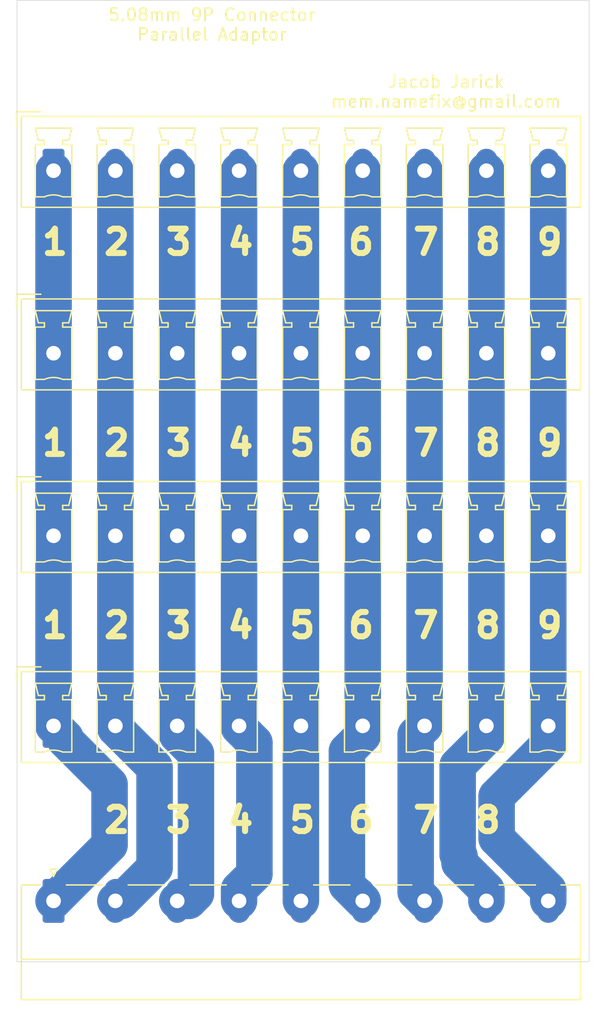
<source format=kicad_pcb>
(kicad_pcb (version 20171130) (host pcbnew "(5.1.4)-1")

  (general
    (thickness 1.6)
    (drawings 73)
    (tracks 68)
    (zones 0)
    (modules 9)
    (nets 10)
  )

  (page A4)
  (layers
    (0 F.Cu signal)
    (31 B.Cu signal)
    (32 B.Adhes user)
    (33 F.Adhes user)
    (34 B.Paste user)
    (35 F.Paste user)
    (36 B.SilkS user)
    (37 F.SilkS user)
    (38 B.Mask user)
    (39 F.Mask user)
    (40 Dwgs.User user)
    (41 Cmts.User user)
    (42 Eco1.User user)
    (43 Eco2.User user)
    (44 Edge.Cuts user)
    (45 Margin user)
    (46 B.CrtYd user)
    (47 F.CrtYd user)
    (48 B.Fab user)
    (49 F.Fab user)
  )

  (setup
    (last_trace_width 3)
    (user_trace_width 3)
    (trace_clearance 0.2)
    (zone_clearance 0.508)
    (zone_45_only no)
    (trace_min 0.2)
    (via_size 0.8)
    (via_drill 0.4)
    (via_min_size 0.4)
    (via_min_drill 0.3)
    (uvia_size 0.3)
    (uvia_drill 0.1)
    (uvias_allowed no)
    (uvia_min_size 0.2)
    (uvia_min_drill 0.1)
    (edge_width 0.05)
    (segment_width 0.2)
    (pcb_text_width 0.3)
    (pcb_text_size 1.5 1.5)
    (mod_edge_width 0.12)
    (mod_text_size 1 1)
    (mod_text_width 0.15)
    (pad_size 1.524 1.524)
    (pad_drill 0.762)
    (pad_to_mask_clearance 0.051)
    (solder_mask_min_width 0.25)
    (aux_axis_origin 0 0)
    (visible_elements FFFFFF7F)
    (pcbplotparams
      (layerselection 0x010fc_ffffffff)
      (usegerberextensions false)
      (usegerberattributes false)
      (usegerberadvancedattributes false)
      (creategerberjobfile false)
      (excludeedgelayer true)
      (linewidth 0.100000)
      (plotframeref false)
      (viasonmask false)
      (mode 1)
      (useauxorigin false)
      (hpglpennumber 1)
      (hpglpenspeed 20)
      (hpglpendiameter 15.000000)
      (psnegative false)
      (psa4output false)
      (plotreference true)
      (plotvalue true)
      (plotinvisibletext false)
      (padsonsilk false)
      (subtractmaskfromsilk false)
      (outputformat 1)
      (mirror false)
      (drillshape 1)
      (scaleselection 1)
      (outputdirectory ""))
  )

  (net 0 "")
  (net 1 9)
  (net 2 8)
  (net 3 7)
  (net 4 6)
  (net 5 5)
  (net 6 4)
  (net 7 3)
  (net 8 2)
  (net 9 1)

  (net_class Default "This is the default net class."
    (clearance 0.2)
    (trace_width 0.25)
    (via_dia 0.8)
    (via_drill 0.4)
    (uvia_dia 0.3)
    (uvia_drill 0.1)
    (add_net 1)
    (add_net 2)
    (add_net 3)
    (add_net 4)
    (add_net 5)
    (add_net 6)
    (add_net 7)
    (add_net 8)
    (add_net 9)
  )

  (module MountingHole:MountingHole_4.3mm_M4_ISO14580 (layer F.Cu) (tedit 56D1B4CB) (tstamp 5E2217D3)
    (at 190.25 54.75)
    (descr "Mounting Hole 4.3mm, no annular, M4, ISO14580")
    (tags "mounting hole 4.3mm no annular m4 iso14580")
    (path /5E22AC7B)
    (attr virtual)
    (fp_text reference H4 (at 0 -4.5) (layer F.SilkS) hide
      (effects (font (size 1 1) (thickness 0.15)))
    )
    (fp_text value MountingHole (at 0 4.5) (layer F.Fab)
      (effects (font (size 1 1) (thickness 0.15)))
    )
    (fp_circle (center 0 0) (end 3.75 0) (layer F.CrtYd) (width 0.05))
    (fp_circle (center 0 0) (end 3.5 0) (layer Cmts.User) (width 0.15))
    (fp_text user %R (at 0.3 0) (layer F.Fab)
      (effects (font (size 1 1) (thickness 0.15)))
    )
    (pad 1 np_thru_hole circle (at 0 0) (size 4.3 4.3) (drill 4.3) (layers *.Cu *.Mask))
  )

  (module MountingHole:MountingHole_4.3mm_M4_ISO14580 (layer F.Cu) (tedit 56D1B4CB) (tstamp 5E2217CB)
    (at 190.25 118.25)
    (descr "Mounting Hole 4.3mm, no annular, M4, ISO14580")
    (tags "mounting hole 4.3mm no annular m4 iso14580")
    (path /5E22AB00)
    (attr virtual)
    (fp_text reference H3 (at 0 -4.5) (layer F.SilkS) hide
      (effects (font (size 1 1) (thickness 0.15)))
    )
    (fp_text value MountingHole (at 0 4.5) (layer F.Fab)
      (effects (font (size 1 1) (thickness 0.15)))
    )
    (fp_circle (center 0 0) (end 3.75 0) (layer F.CrtYd) (width 0.05))
    (fp_circle (center 0 0) (end 3.5 0) (layer Cmts.User) (width 0.15))
    (fp_text user %R (at 0.3 0) (layer F.Fab)
      (effects (font (size 1 1) (thickness 0.15)))
    )
    (pad 1 np_thru_hole circle (at 0 0) (size 4.3 4.3) (drill 4.3) (layers *.Cu *.Mask))
  )

  (module MountingHole:MountingHole_4.3mm_M4_ISO14580 (layer F.Cu) (tedit 56D1B4CB) (tstamp 5E2217C3)
    (at 150.75 54.75)
    (descr "Mounting Hole 4.3mm, no annular, M4, ISO14580")
    (tags "mounting hole 4.3mm no annular m4 iso14580")
    (path /5E22A879)
    (attr virtual)
    (fp_text reference H2 (at 0 -4.5) (layer F.SilkS) hide
      (effects (font (size 1 1) (thickness 0.15)))
    )
    (fp_text value MountingHole (at 0 4.5) (layer F.Fab)
      (effects (font (size 1 1) (thickness 0.15)))
    )
    (fp_circle (center 0 0) (end 3.75 0) (layer F.CrtYd) (width 0.05))
    (fp_circle (center 0 0) (end 3.5 0) (layer Cmts.User) (width 0.15))
    (fp_text user %R (at 0.3 0) (layer F.Fab)
      (effects (font (size 1 1) (thickness 0.15)))
    )
    (pad 1 np_thru_hole circle (at 0 0) (size 4.3 4.3) (drill 4.3) (layers *.Cu *.Mask))
  )

  (module MountingHole:MountingHole_4.3mm_M4_ISO14580 (layer F.Cu) (tedit 56D1B4CB) (tstamp 5E2217BB)
    (at 150.75 118.25)
    (descr "Mounting Hole 4.3mm, no annular, M4, ISO14580")
    (tags "mounting hole 4.3mm no annular m4 iso14580")
    (path /5E2298D9)
    (attr virtual)
    (fp_text reference H1 (at 0 -4.5) (layer F.SilkS) hide
      (effects (font (size 1 1) (thickness 0.15)))
    )
    (fp_text value MountingHole (at 0 4.5) (layer F.Fab)
      (effects (font (size 1 1) (thickness 0.15)))
    )
    (fp_circle (center 0 0) (end 3.75 0) (layer F.CrtYd) (width 0.05))
    (fp_circle (center 0 0) (end 3.5 0) (layer Cmts.User) (width 0.15))
    (fp_text user %R (at 0.3 0) (layer F.Fab)
      (effects (font (size 1 1) (thickness 0.15)))
    )
    (pad 1 np_thru_hole circle (at 0 0) (size 4.3 4.3) (drill 4.3) (layers *.Cu *.Mask))
  )

  (module Connector_Phoenix_MC_HighVoltage:PhoenixContact_MCV_1,5_9-G-5.08_1x09_P5.08mm_Vertical (layer F.Cu) (tedit 5B784ED3) (tstamp 5E2200C9)
    (at 150 110.62)
    (descr "Generic Phoenix Contact connector footprint for: MCV_1,5/9-G-5.08; number of pins: 09; pin pitch: 5.08mm; Vertical || order number: 1836367 8A 320V")
    (tags "phoenix_contact connector MCV_01x09_G_5.08mm")
    (path /5E2222B8)
    (fp_text reference J5 (at 20.32 -5.55) (layer F.SilkS) hide
      (effects (font (size 1 1) (thickness 0.15)))
    )
    (fp_text value Screw_Terminal_01x09 (at 20.32 4.1) (layer F.Fab)
      (effects (font (size 1 1) (thickness 0.15)))
    )
    (fp_text user %R (at 20.32 -3.65) (layer F.Fab)
      (effects (font (size 1 1) (thickness 0.15)))
    )
    (fp_line (start -3.04 -4.85) (end -1.04 -4.85) (layer F.Fab) (width 0.1))
    (fp_line (start -3.04 -3.6) (end -3.04 -4.85) (layer F.Fab) (width 0.1))
    (fp_line (start -3.04 -4.85) (end -1.04 -4.85) (layer F.SilkS) (width 0.12))
    (fp_line (start -3.04 -3.6) (end -3.04 -4.85) (layer F.SilkS) (width 0.12))
    (fp_line (start 43.68 -4.85) (end -3.04 -4.85) (layer F.CrtYd) (width 0.05))
    (fp_line (start 43.68 3.4) (end 43.68 -4.85) (layer F.CrtYd) (width 0.05))
    (fp_line (start -3.04 3.4) (end 43.68 3.4) (layer F.CrtYd) (width 0.05))
    (fp_line (start -3.04 -4.85) (end -3.04 3.4) (layer F.CrtYd) (width 0.05))
    (fp_line (start 42.14 2.15) (end 41.39 2.15) (layer F.SilkS) (width 0.12))
    (fp_line (start 42.14 -2.15) (end 42.14 2.15) (layer F.SilkS) (width 0.12))
    (fp_line (start 41.39 -2.15) (end 42.14 -2.15) (layer F.SilkS) (width 0.12))
    (fp_line (start 41.39 -2.5) (end 41.39 -2.15) (layer F.SilkS) (width 0.12))
    (fp_line (start 41.89 -2.5) (end 41.39 -2.5) (layer F.SilkS) (width 0.12))
    (fp_line (start 42.14 -3.5) (end 41.89 -2.5) (layer F.SilkS) (width 0.12))
    (fp_line (start 39.14 -3.5) (end 42.14 -3.5) (layer F.SilkS) (width 0.12))
    (fp_line (start 39.39 -2.5) (end 39.14 -3.5) (layer F.SilkS) (width 0.12))
    (fp_line (start 39.89 -2.5) (end 39.39 -2.5) (layer F.SilkS) (width 0.12))
    (fp_line (start 39.89 -2.15) (end 39.89 -2.5) (layer F.SilkS) (width 0.12))
    (fp_line (start 39.14 -2.15) (end 39.89 -2.15) (layer F.SilkS) (width 0.12))
    (fp_line (start 39.14 2.15) (end 39.14 -2.15) (layer F.SilkS) (width 0.12))
    (fp_line (start 39.89 2.15) (end 39.14 2.15) (layer F.SilkS) (width 0.12))
    (fp_line (start 37.06 2.15) (end 36.31 2.15) (layer F.SilkS) (width 0.12))
    (fp_line (start 37.06 -2.15) (end 37.06 2.15) (layer F.SilkS) (width 0.12))
    (fp_line (start 36.31 -2.15) (end 37.06 -2.15) (layer F.SilkS) (width 0.12))
    (fp_line (start 36.31 -2.5) (end 36.31 -2.15) (layer F.SilkS) (width 0.12))
    (fp_line (start 36.81 -2.5) (end 36.31 -2.5) (layer F.SilkS) (width 0.12))
    (fp_line (start 37.06 -3.5) (end 36.81 -2.5) (layer F.SilkS) (width 0.12))
    (fp_line (start 34.06 -3.5) (end 37.06 -3.5) (layer F.SilkS) (width 0.12))
    (fp_line (start 34.31 -2.5) (end 34.06 -3.5) (layer F.SilkS) (width 0.12))
    (fp_line (start 34.81 -2.5) (end 34.31 -2.5) (layer F.SilkS) (width 0.12))
    (fp_line (start 34.81 -2.15) (end 34.81 -2.5) (layer F.SilkS) (width 0.12))
    (fp_line (start 34.06 -2.15) (end 34.81 -2.15) (layer F.SilkS) (width 0.12))
    (fp_line (start 34.06 2.15) (end 34.06 -2.15) (layer F.SilkS) (width 0.12))
    (fp_line (start 34.81 2.15) (end 34.06 2.15) (layer F.SilkS) (width 0.12))
    (fp_line (start 31.98 2.15) (end 31.23 2.15) (layer F.SilkS) (width 0.12))
    (fp_line (start 31.98 -2.15) (end 31.98 2.15) (layer F.SilkS) (width 0.12))
    (fp_line (start 31.23 -2.15) (end 31.98 -2.15) (layer F.SilkS) (width 0.12))
    (fp_line (start 31.23 -2.5) (end 31.23 -2.15) (layer F.SilkS) (width 0.12))
    (fp_line (start 31.73 -2.5) (end 31.23 -2.5) (layer F.SilkS) (width 0.12))
    (fp_line (start 31.98 -3.5) (end 31.73 -2.5) (layer F.SilkS) (width 0.12))
    (fp_line (start 28.98 -3.5) (end 31.98 -3.5) (layer F.SilkS) (width 0.12))
    (fp_line (start 29.23 -2.5) (end 28.98 -3.5) (layer F.SilkS) (width 0.12))
    (fp_line (start 29.73 -2.5) (end 29.23 -2.5) (layer F.SilkS) (width 0.12))
    (fp_line (start 29.73 -2.15) (end 29.73 -2.5) (layer F.SilkS) (width 0.12))
    (fp_line (start 28.98 -2.15) (end 29.73 -2.15) (layer F.SilkS) (width 0.12))
    (fp_line (start 28.98 2.15) (end 28.98 -2.15) (layer F.SilkS) (width 0.12))
    (fp_line (start 29.73 2.15) (end 28.98 2.15) (layer F.SilkS) (width 0.12))
    (fp_line (start 26.9 2.15) (end 26.15 2.15) (layer F.SilkS) (width 0.12))
    (fp_line (start 26.9 -2.15) (end 26.9 2.15) (layer F.SilkS) (width 0.12))
    (fp_line (start 26.15 -2.15) (end 26.9 -2.15) (layer F.SilkS) (width 0.12))
    (fp_line (start 26.15 -2.5) (end 26.15 -2.15) (layer F.SilkS) (width 0.12))
    (fp_line (start 26.65 -2.5) (end 26.15 -2.5) (layer F.SilkS) (width 0.12))
    (fp_line (start 26.9 -3.5) (end 26.65 -2.5) (layer F.SilkS) (width 0.12))
    (fp_line (start 23.9 -3.5) (end 26.9 -3.5) (layer F.SilkS) (width 0.12))
    (fp_line (start 24.15 -2.5) (end 23.9 -3.5) (layer F.SilkS) (width 0.12))
    (fp_line (start 24.65 -2.5) (end 24.15 -2.5) (layer F.SilkS) (width 0.12))
    (fp_line (start 24.65 -2.15) (end 24.65 -2.5) (layer F.SilkS) (width 0.12))
    (fp_line (start 23.9 -2.15) (end 24.65 -2.15) (layer F.SilkS) (width 0.12))
    (fp_line (start 23.9 2.15) (end 23.9 -2.15) (layer F.SilkS) (width 0.12))
    (fp_line (start 24.65 2.15) (end 23.9 2.15) (layer F.SilkS) (width 0.12))
    (fp_line (start 21.82 2.15) (end 21.07 2.15) (layer F.SilkS) (width 0.12))
    (fp_line (start 21.82 -2.15) (end 21.82 2.15) (layer F.SilkS) (width 0.12))
    (fp_line (start 21.07 -2.15) (end 21.82 -2.15) (layer F.SilkS) (width 0.12))
    (fp_line (start 21.07 -2.5) (end 21.07 -2.15) (layer F.SilkS) (width 0.12))
    (fp_line (start 21.57 -2.5) (end 21.07 -2.5) (layer F.SilkS) (width 0.12))
    (fp_line (start 21.82 -3.5) (end 21.57 -2.5) (layer F.SilkS) (width 0.12))
    (fp_line (start 18.82 -3.5) (end 21.82 -3.5) (layer F.SilkS) (width 0.12))
    (fp_line (start 19.07 -2.5) (end 18.82 -3.5) (layer F.SilkS) (width 0.12))
    (fp_line (start 19.57 -2.5) (end 19.07 -2.5) (layer F.SilkS) (width 0.12))
    (fp_line (start 19.57 -2.15) (end 19.57 -2.5) (layer F.SilkS) (width 0.12))
    (fp_line (start 18.82 -2.15) (end 19.57 -2.15) (layer F.SilkS) (width 0.12))
    (fp_line (start 18.82 2.15) (end 18.82 -2.15) (layer F.SilkS) (width 0.12))
    (fp_line (start 19.57 2.15) (end 18.82 2.15) (layer F.SilkS) (width 0.12))
    (fp_line (start 16.74 2.15) (end 15.99 2.15) (layer F.SilkS) (width 0.12))
    (fp_line (start 16.74 -2.15) (end 16.74 2.15) (layer F.SilkS) (width 0.12))
    (fp_line (start 15.99 -2.15) (end 16.74 -2.15) (layer F.SilkS) (width 0.12))
    (fp_line (start 15.99 -2.5) (end 15.99 -2.15) (layer F.SilkS) (width 0.12))
    (fp_line (start 16.49 -2.5) (end 15.99 -2.5) (layer F.SilkS) (width 0.12))
    (fp_line (start 16.74 -3.5) (end 16.49 -2.5) (layer F.SilkS) (width 0.12))
    (fp_line (start 13.74 -3.5) (end 16.74 -3.5) (layer F.SilkS) (width 0.12))
    (fp_line (start 13.99 -2.5) (end 13.74 -3.5) (layer F.SilkS) (width 0.12))
    (fp_line (start 14.49 -2.5) (end 13.99 -2.5) (layer F.SilkS) (width 0.12))
    (fp_line (start 14.49 -2.15) (end 14.49 -2.5) (layer F.SilkS) (width 0.12))
    (fp_line (start 13.74 -2.15) (end 14.49 -2.15) (layer F.SilkS) (width 0.12))
    (fp_line (start 13.74 2.15) (end 13.74 -2.15) (layer F.SilkS) (width 0.12))
    (fp_line (start 14.49 2.15) (end 13.74 2.15) (layer F.SilkS) (width 0.12))
    (fp_line (start 11.66 2.15) (end 10.91 2.15) (layer F.SilkS) (width 0.12))
    (fp_line (start 11.66 -2.15) (end 11.66 2.15) (layer F.SilkS) (width 0.12))
    (fp_line (start 10.91 -2.15) (end 11.66 -2.15) (layer F.SilkS) (width 0.12))
    (fp_line (start 10.91 -2.5) (end 10.91 -2.15) (layer F.SilkS) (width 0.12))
    (fp_line (start 11.41 -2.5) (end 10.91 -2.5) (layer F.SilkS) (width 0.12))
    (fp_line (start 11.66 -3.5) (end 11.41 -2.5) (layer F.SilkS) (width 0.12))
    (fp_line (start 8.66 -3.5) (end 11.66 -3.5) (layer F.SilkS) (width 0.12))
    (fp_line (start 8.91 -2.5) (end 8.66 -3.5) (layer F.SilkS) (width 0.12))
    (fp_line (start 9.41 -2.5) (end 8.91 -2.5) (layer F.SilkS) (width 0.12))
    (fp_line (start 9.41 -2.15) (end 9.41 -2.5) (layer F.SilkS) (width 0.12))
    (fp_line (start 8.66 -2.15) (end 9.41 -2.15) (layer F.SilkS) (width 0.12))
    (fp_line (start 8.66 2.15) (end 8.66 -2.15) (layer F.SilkS) (width 0.12))
    (fp_line (start 9.41 2.15) (end 8.66 2.15) (layer F.SilkS) (width 0.12))
    (fp_line (start 6.58 2.15) (end 5.83 2.15) (layer F.SilkS) (width 0.12))
    (fp_line (start 6.58 -2.15) (end 6.58 2.15) (layer F.SilkS) (width 0.12))
    (fp_line (start 5.83 -2.15) (end 6.58 -2.15) (layer F.SilkS) (width 0.12))
    (fp_line (start 5.83 -2.5) (end 5.83 -2.15) (layer F.SilkS) (width 0.12))
    (fp_line (start 6.33 -2.5) (end 5.83 -2.5) (layer F.SilkS) (width 0.12))
    (fp_line (start 6.58 -3.5) (end 6.33 -2.5) (layer F.SilkS) (width 0.12))
    (fp_line (start 3.58 -3.5) (end 6.58 -3.5) (layer F.SilkS) (width 0.12))
    (fp_line (start 3.83 -2.5) (end 3.58 -3.5) (layer F.SilkS) (width 0.12))
    (fp_line (start 4.33 -2.5) (end 3.83 -2.5) (layer F.SilkS) (width 0.12))
    (fp_line (start 4.33 -2.15) (end 4.33 -2.5) (layer F.SilkS) (width 0.12))
    (fp_line (start 3.58 -2.15) (end 4.33 -2.15) (layer F.SilkS) (width 0.12))
    (fp_line (start 3.58 2.15) (end 3.58 -2.15) (layer F.SilkS) (width 0.12))
    (fp_line (start 4.33 2.15) (end 3.58 2.15) (layer F.SilkS) (width 0.12))
    (fp_line (start 1.5 2.15) (end 0.75 2.15) (layer F.SilkS) (width 0.12))
    (fp_line (start 1.5 -2.15) (end 1.5 2.15) (layer F.SilkS) (width 0.12))
    (fp_line (start 0.75 -2.15) (end 1.5 -2.15) (layer F.SilkS) (width 0.12))
    (fp_line (start 0.75 -2.5) (end 0.75 -2.15) (layer F.SilkS) (width 0.12))
    (fp_line (start 1.25 -2.5) (end 0.75 -2.5) (layer F.SilkS) (width 0.12))
    (fp_line (start 1.5 -3.5) (end 1.25 -2.5) (layer F.SilkS) (width 0.12))
    (fp_line (start -1.5 -3.5) (end 1.5 -3.5) (layer F.SilkS) (width 0.12))
    (fp_line (start -1.25 -2.5) (end -1.5 -3.5) (layer F.SilkS) (width 0.12))
    (fp_line (start -0.75 -2.5) (end -1.25 -2.5) (layer F.SilkS) (width 0.12))
    (fp_line (start -0.75 -2.15) (end -0.75 -2.5) (layer F.SilkS) (width 0.12))
    (fp_line (start -1.5 -2.15) (end -0.75 -2.15) (layer F.SilkS) (width 0.12))
    (fp_line (start -1.5 2.15) (end -1.5 -2.15) (layer F.SilkS) (width 0.12))
    (fp_line (start -0.75 2.15) (end -1.5 2.15) (layer F.SilkS) (width 0.12))
    (fp_line (start 43.18 -4.35) (end -2.54 -4.35) (layer F.Fab) (width 0.1))
    (fp_line (start 43.18 2.9) (end 43.18 -4.35) (layer F.Fab) (width 0.1))
    (fp_line (start -2.54 2.9) (end 43.18 2.9) (layer F.Fab) (width 0.1))
    (fp_line (start -2.54 -4.35) (end -2.54 2.9) (layer F.Fab) (width 0.1))
    (fp_line (start 43.29 -4.46) (end -2.65 -4.46) (layer F.SilkS) (width 0.12))
    (fp_line (start 43.29 3.01) (end 43.29 -4.46) (layer F.SilkS) (width 0.12))
    (fp_line (start -2.65 3.01) (end 43.29 3.01) (layer F.SilkS) (width 0.12))
    (fp_line (start -2.65 -4.46) (end -2.65 3.01) (layer F.SilkS) (width 0.12))
    (fp_arc (start 40.64 3.85) (end 39.89 2.15) (angle 47.6) (layer F.SilkS) (width 0.12))
    (fp_arc (start 35.56 3.85) (end 34.81 2.15) (angle 47.6) (layer F.SilkS) (width 0.12))
    (fp_arc (start 30.48 3.85) (end 29.73 2.15) (angle 47.6) (layer F.SilkS) (width 0.12))
    (fp_arc (start 25.4 3.85) (end 24.65 2.15) (angle 47.6) (layer F.SilkS) (width 0.12))
    (fp_arc (start 20.32 3.85) (end 19.57 2.15) (angle 47.6) (layer F.SilkS) (width 0.12))
    (fp_arc (start 15.24 3.85) (end 14.49 2.15) (angle 47.6) (layer F.SilkS) (width 0.12))
    (fp_arc (start 10.16 3.85) (end 9.41 2.15) (angle 47.6) (layer F.SilkS) (width 0.12))
    (fp_arc (start 5.08 3.85) (end 4.33 2.15) (angle 47.6) (layer F.SilkS) (width 0.12))
    (fp_arc (start 0 3.85) (end -0.75 2.15) (angle 47.6) (layer F.SilkS) (width 0.12))
    (pad 9 thru_hole oval (at 40.64 0) (size 1.8 3.6) (drill 1.2) (layers *.Cu *.Mask)
      (net 1 9))
    (pad 8 thru_hole oval (at 35.56 0) (size 1.8 3.6) (drill 1.2) (layers *.Cu *.Mask)
      (net 2 8))
    (pad 7 thru_hole oval (at 30.48 0) (size 1.8 3.6) (drill 1.2) (layers *.Cu *.Mask)
      (net 3 7))
    (pad 6 thru_hole oval (at 25.4 0) (size 1.8 3.6) (drill 1.2) (layers *.Cu *.Mask)
      (net 4 6))
    (pad 5 thru_hole oval (at 20.32 0) (size 1.8 3.6) (drill 1.2) (layers *.Cu *.Mask)
      (net 5 5))
    (pad 4 thru_hole oval (at 15.24 0) (size 1.8 3.6) (drill 1.2) (layers *.Cu *.Mask)
      (net 6 4))
    (pad 3 thru_hole oval (at 10.16 0) (size 1.8 3.6) (drill 1.2) (layers *.Cu *.Mask)
      (net 7 3))
    (pad 2 thru_hole oval (at 5.08 0) (size 1.8 3.6) (drill 1.2) (layers *.Cu *.Mask)
      (net 8 2))
    (pad 1 thru_hole roundrect (at 0 0) (size 1.8 3.6) (drill 1.2) (layers *.Cu *.Mask) (roundrect_rratio 0.138889)
      (net 9 1))
    (model ${KISYS3DMOD}/Connector_Phoenix_MC_HighVoltage.3dshapes/PhoenixContact_MCV_1,5_9-G-5.08_1x09_P5.08mm_Vertical.wrl
      (at (xyz 0 0 0))
      (scale (xyz 1 1 1))
      (rotate (xyz 0 0 0))
    )
  )

  (module Connector_Phoenix_MC_HighVoltage:PhoenixContact_MCV_1,5_9-G-5.08_1x09_P5.08mm_Vertical (layer F.Cu) (tedit 5B784ED3) (tstamp 5E22002D)
    (at 150 95)
    (descr "Generic Phoenix Contact connector footprint for: MCV_1,5/9-G-5.08; number of pins: 09; pin pitch: 5.08mm; Vertical || order number: 1836367 8A 320V")
    (tags "phoenix_contact connector MCV_01x09_G_5.08mm")
    (path /5E220C02)
    (fp_text reference J4 (at 20.32 -5.55) (layer F.SilkS) hide
      (effects (font (size 1 1) (thickness 0.15)))
    )
    (fp_text value Screw_Terminal_01x09 (at 20.32 4.1) (layer F.Fab)
      (effects (font (size 1 1) (thickness 0.15)))
    )
    (fp_text user %R (at 20.32 -3.65) (layer F.Fab)
      (effects (font (size 1 1) (thickness 0.15)))
    )
    (fp_line (start -3.04 -4.85) (end -1.04 -4.85) (layer F.Fab) (width 0.1))
    (fp_line (start -3.04 -3.6) (end -3.04 -4.85) (layer F.Fab) (width 0.1))
    (fp_line (start -3.04 -4.85) (end -1.04 -4.85) (layer F.SilkS) (width 0.12))
    (fp_line (start -3.04 -3.6) (end -3.04 -4.85) (layer F.SilkS) (width 0.12))
    (fp_line (start 43.68 -4.85) (end -3.04 -4.85) (layer F.CrtYd) (width 0.05))
    (fp_line (start 43.68 3.4) (end 43.68 -4.85) (layer F.CrtYd) (width 0.05))
    (fp_line (start -3.04 3.4) (end 43.68 3.4) (layer F.CrtYd) (width 0.05))
    (fp_line (start -3.04 -4.85) (end -3.04 3.4) (layer F.CrtYd) (width 0.05))
    (fp_line (start 42.14 2.15) (end 41.39 2.15) (layer F.SilkS) (width 0.12))
    (fp_line (start 42.14 -2.15) (end 42.14 2.15) (layer F.SilkS) (width 0.12))
    (fp_line (start 41.39 -2.15) (end 42.14 -2.15) (layer F.SilkS) (width 0.12))
    (fp_line (start 41.39 -2.5) (end 41.39 -2.15) (layer F.SilkS) (width 0.12))
    (fp_line (start 41.89 -2.5) (end 41.39 -2.5) (layer F.SilkS) (width 0.12))
    (fp_line (start 42.14 -3.5) (end 41.89 -2.5) (layer F.SilkS) (width 0.12))
    (fp_line (start 39.14 -3.5) (end 42.14 -3.5) (layer F.SilkS) (width 0.12))
    (fp_line (start 39.39 -2.5) (end 39.14 -3.5) (layer F.SilkS) (width 0.12))
    (fp_line (start 39.89 -2.5) (end 39.39 -2.5) (layer F.SilkS) (width 0.12))
    (fp_line (start 39.89 -2.15) (end 39.89 -2.5) (layer F.SilkS) (width 0.12))
    (fp_line (start 39.14 -2.15) (end 39.89 -2.15) (layer F.SilkS) (width 0.12))
    (fp_line (start 39.14 2.15) (end 39.14 -2.15) (layer F.SilkS) (width 0.12))
    (fp_line (start 39.89 2.15) (end 39.14 2.15) (layer F.SilkS) (width 0.12))
    (fp_line (start 37.06 2.15) (end 36.31 2.15) (layer F.SilkS) (width 0.12))
    (fp_line (start 37.06 -2.15) (end 37.06 2.15) (layer F.SilkS) (width 0.12))
    (fp_line (start 36.31 -2.15) (end 37.06 -2.15) (layer F.SilkS) (width 0.12))
    (fp_line (start 36.31 -2.5) (end 36.31 -2.15) (layer F.SilkS) (width 0.12))
    (fp_line (start 36.81 -2.5) (end 36.31 -2.5) (layer F.SilkS) (width 0.12))
    (fp_line (start 37.06 -3.5) (end 36.81 -2.5) (layer F.SilkS) (width 0.12))
    (fp_line (start 34.06 -3.5) (end 37.06 -3.5) (layer F.SilkS) (width 0.12))
    (fp_line (start 34.31 -2.5) (end 34.06 -3.5) (layer F.SilkS) (width 0.12))
    (fp_line (start 34.81 -2.5) (end 34.31 -2.5) (layer F.SilkS) (width 0.12))
    (fp_line (start 34.81 -2.15) (end 34.81 -2.5) (layer F.SilkS) (width 0.12))
    (fp_line (start 34.06 -2.15) (end 34.81 -2.15) (layer F.SilkS) (width 0.12))
    (fp_line (start 34.06 2.15) (end 34.06 -2.15) (layer F.SilkS) (width 0.12))
    (fp_line (start 34.81 2.15) (end 34.06 2.15) (layer F.SilkS) (width 0.12))
    (fp_line (start 31.98 2.15) (end 31.23 2.15) (layer F.SilkS) (width 0.12))
    (fp_line (start 31.98 -2.15) (end 31.98 2.15) (layer F.SilkS) (width 0.12))
    (fp_line (start 31.23 -2.15) (end 31.98 -2.15) (layer F.SilkS) (width 0.12))
    (fp_line (start 31.23 -2.5) (end 31.23 -2.15) (layer F.SilkS) (width 0.12))
    (fp_line (start 31.73 -2.5) (end 31.23 -2.5) (layer F.SilkS) (width 0.12))
    (fp_line (start 31.98 -3.5) (end 31.73 -2.5) (layer F.SilkS) (width 0.12))
    (fp_line (start 28.98 -3.5) (end 31.98 -3.5) (layer F.SilkS) (width 0.12))
    (fp_line (start 29.23 -2.5) (end 28.98 -3.5) (layer F.SilkS) (width 0.12))
    (fp_line (start 29.73 -2.5) (end 29.23 -2.5) (layer F.SilkS) (width 0.12))
    (fp_line (start 29.73 -2.15) (end 29.73 -2.5) (layer F.SilkS) (width 0.12))
    (fp_line (start 28.98 -2.15) (end 29.73 -2.15) (layer F.SilkS) (width 0.12))
    (fp_line (start 28.98 2.15) (end 28.98 -2.15) (layer F.SilkS) (width 0.12))
    (fp_line (start 29.73 2.15) (end 28.98 2.15) (layer F.SilkS) (width 0.12))
    (fp_line (start 26.9 2.15) (end 26.15 2.15) (layer F.SilkS) (width 0.12))
    (fp_line (start 26.9 -2.15) (end 26.9 2.15) (layer F.SilkS) (width 0.12))
    (fp_line (start 26.15 -2.15) (end 26.9 -2.15) (layer F.SilkS) (width 0.12))
    (fp_line (start 26.15 -2.5) (end 26.15 -2.15) (layer F.SilkS) (width 0.12))
    (fp_line (start 26.65 -2.5) (end 26.15 -2.5) (layer F.SilkS) (width 0.12))
    (fp_line (start 26.9 -3.5) (end 26.65 -2.5) (layer F.SilkS) (width 0.12))
    (fp_line (start 23.9 -3.5) (end 26.9 -3.5) (layer F.SilkS) (width 0.12))
    (fp_line (start 24.15 -2.5) (end 23.9 -3.5) (layer F.SilkS) (width 0.12))
    (fp_line (start 24.65 -2.5) (end 24.15 -2.5) (layer F.SilkS) (width 0.12))
    (fp_line (start 24.65 -2.15) (end 24.65 -2.5) (layer F.SilkS) (width 0.12))
    (fp_line (start 23.9 -2.15) (end 24.65 -2.15) (layer F.SilkS) (width 0.12))
    (fp_line (start 23.9 2.15) (end 23.9 -2.15) (layer F.SilkS) (width 0.12))
    (fp_line (start 24.65 2.15) (end 23.9 2.15) (layer F.SilkS) (width 0.12))
    (fp_line (start 21.82 2.15) (end 21.07 2.15) (layer F.SilkS) (width 0.12))
    (fp_line (start 21.82 -2.15) (end 21.82 2.15) (layer F.SilkS) (width 0.12))
    (fp_line (start 21.07 -2.15) (end 21.82 -2.15) (layer F.SilkS) (width 0.12))
    (fp_line (start 21.07 -2.5) (end 21.07 -2.15) (layer F.SilkS) (width 0.12))
    (fp_line (start 21.57 -2.5) (end 21.07 -2.5) (layer F.SilkS) (width 0.12))
    (fp_line (start 21.82 -3.5) (end 21.57 -2.5) (layer F.SilkS) (width 0.12))
    (fp_line (start 18.82 -3.5) (end 21.82 -3.5) (layer F.SilkS) (width 0.12))
    (fp_line (start 19.07 -2.5) (end 18.82 -3.5) (layer F.SilkS) (width 0.12))
    (fp_line (start 19.57 -2.5) (end 19.07 -2.5) (layer F.SilkS) (width 0.12))
    (fp_line (start 19.57 -2.15) (end 19.57 -2.5) (layer F.SilkS) (width 0.12))
    (fp_line (start 18.82 -2.15) (end 19.57 -2.15) (layer F.SilkS) (width 0.12))
    (fp_line (start 18.82 2.15) (end 18.82 -2.15) (layer F.SilkS) (width 0.12))
    (fp_line (start 19.57 2.15) (end 18.82 2.15) (layer F.SilkS) (width 0.12))
    (fp_line (start 16.74 2.15) (end 15.99 2.15) (layer F.SilkS) (width 0.12))
    (fp_line (start 16.74 -2.15) (end 16.74 2.15) (layer F.SilkS) (width 0.12))
    (fp_line (start 15.99 -2.15) (end 16.74 -2.15) (layer F.SilkS) (width 0.12))
    (fp_line (start 15.99 -2.5) (end 15.99 -2.15) (layer F.SilkS) (width 0.12))
    (fp_line (start 16.49 -2.5) (end 15.99 -2.5) (layer F.SilkS) (width 0.12))
    (fp_line (start 16.74 -3.5) (end 16.49 -2.5) (layer F.SilkS) (width 0.12))
    (fp_line (start 13.74 -3.5) (end 16.74 -3.5) (layer F.SilkS) (width 0.12))
    (fp_line (start 13.99 -2.5) (end 13.74 -3.5) (layer F.SilkS) (width 0.12))
    (fp_line (start 14.49 -2.5) (end 13.99 -2.5) (layer F.SilkS) (width 0.12))
    (fp_line (start 14.49 -2.15) (end 14.49 -2.5) (layer F.SilkS) (width 0.12))
    (fp_line (start 13.74 -2.15) (end 14.49 -2.15) (layer F.SilkS) (width 0.12))
    (fp_line (start 13.74 2.15) (end 13.74 -2.15) (layer F.SilkS) (width 0.12))
    (fp_line (start 14.49 2.15) (end 13.74 2.15) (layer F.SilkS) (width 0.12))
    (fp_line (start 11.66 2.15) (end 10.91 2.15) (layer F.SilkS) (width 0.12))
    (fp_line (start 11.66 -2.15) (end 11.66 2.15) (layer F.SilkS) (width 0.12))
    (fp_line (start 10.91 -2.15) (end 11.66 -2.15) (layer F.SilkS) (width 0.12))
    (fp_line (start 10.91 -2.5) (end 10.91 -2.15) (layer F.SilkS) (width 0.12))
    (fp_line (start 11.41 -2.5) (end 10.91 -2.5) (layer F.SilkS) (width 0.12))
    (fp_line (start 11.66 -3.5) (end 11.41 -2.5) (layer F.SilkS) (width 0.12))
    (fp_line (start 8.66 -3.5) (end 11.66 -3.5) (layer F.SilkS) (width 0.12))
    (fp_line (start 8.91 -2.5) (end 8.66 -3.5) (layer F.SilkS) (width 0.12))
    (fp_line (start 9.41 -2.5) (end 8.91 -2.5) (layer F.SilkS) (width 0.12))
    (fp_line (start 9.41 -2.15) (end 9.41 -2.5) (layer F.SilkS) (width 0.12))
    (fp_line (start 8.66 -2.15) (end 9.41 -2.15) (layer F.SilkS) (width 0.12))
    (fp_line (start 8.66 2.15) (end 8.66 -2.15) (layer F.SilkS) (width 0.12))
    (fp_line (start 9.41 2.15) (end 8.66 2.15) (layer F.SilkS) (width 0.12))
    (fp_line (start 6.58 2.15) (end 5.83 2.15) (layer F.SilkS) (width 0.12))
    (fp_line (start 6.58 -2.15) (end 6.58 2.15) (layer F.SilkS) (width 0.12))
    (fp_line (start 5.83 -2.15) (end 6.58 -2.15) (layer F.SilkS) (width 0.12))
    (fp_line (start 5.83 -2.5) (end 5.83 -2.15) (layer F.SilkS) (width 0.12))
    (fp_line (start 6.33 -2.5) (end 5.83 -2.5) (layer F.SilkS) (width 0.12))
    (fp_line (start 6.58 -3.5) (end 6.33 -2.5) (layer F.SilkS) (width 0.12))
    (fp_line (start 3.58 -3.5) (end 6.58 -3.5) (layer F.SilkS) (width 0.12))
    (fp_line (start 3.83 -2.5) (end 3.58 -3.5) (layer F.SilkS) (width 0.12))
    (fp_line (start 4.33 -2.5) (end 3.83 -2.5) (layer F.SilkS) (width 0.12))
    (fp_line (start 4.33 -2.15) (end 4.33 -2.5) (layer F.SilkS) (width 0.12))
    (fp_line (start 3.58 -2.15) (end 4.33 -2.15) (layer F.SilkS) (width 0.12))
    (fp_line (start 3.58 2.15) (end 3.58 -2.15) (layer F.SilkS) (width 0.12))
    (fp_line (start 4.33 2.15) (end 3.58 2.15) (layer F.SilkS) (width 0.12))
    (fp_line (start 1.5 2.15) (end 0.75 2.15) (layer F.SilkS) (width 0.12))
    (fp_line (start 1.5 -2.15) (end 1.5 2.15) (layer F.SilkS) (width 0.12))
    (fp_line (start 0.75 -2.15) (end 1.5 -2.15) (layer F.SilkS) (width 0.12))
    (fp_line (start 0.75 -2.5) (end 0.75 -2.15) (layer F.SilkS) (width 0.12))
    (fp_line (start 1.25 -2.5) (end 0.75 -2.5) (layer F.SilkS) (width 0.12))
    (fp_line (start 1.5 -3.5) (end 1.25 -2.5) (layer F.SilkS) (width 0.12))
    (fp_line (start -1.5 -3.5) (end 1.5 -3.5) (layer F.SilkS) (width 0.12))
    (fp_line (start -1.25 -2.5) (end -1.5 -3.5) (layer F.SilkS) (width 0.12))
    (fp_line (start -0.75 -2.5) (end -1.25 -2.5) (layer F.SilkS) (width 0.12))
    (fp_line (start -0.75 -2.15) (end -0.75 -2.5) (layer F.SilkS) (width 0.12))
    (fp_line (start -1.5 -2.15) (end -0.75 -2.15) (layer F.SilkS) (width 0.12))
    (fp_line (start -1.5 2.15) (end -1.5 -2.15) (layer F.SilkS) (width 0.12))
    (fp_line (start -0.75 2.15) (end -1.5 2.15) (layer F.SilkS) (width 0.12))
    (fp_line (start 43.18 -4.35) (end -2.54 -4.35) (layer F.Fab) (width 0.1))
    (fp_line (start 43.18 2.9) (end 43.18 -4.35) (layer F.Fab) (width 0.1))
    (fp_line (start -2.54 2.9) (end 43.18 2.9) (layer F.Fab) (width 0.1))
    (fp_line (start -2.54 -4.35) (end -2.54 2.9) (layer F.Fab) (width 0.1))
    (fp_line (start 43.29 -4.46) (end -2.65 -4.46) (layer F.SilkS) (width 0.12))
    (fp_line (start 43.29 3.01) (end 43.29 -4.46) (layer F.SilkS) (width 0.12))
    (fp_line (start -2.65 3.01) (end 43.29 3.01) (layer F.SilkS) (width 0.12))
    (fp_line (start -2.65 -4.46) (end -2.65 3.01) (layer F.SilkS) (width 0.12))
    (fp_arc (start 40.64 3.85) (end 39.89 2.15) (angle 47.6) (layer F.SilkS) (width 0.12))
    (fp_arc (start 35.56 3.85) (end 34.81 2.15) (angle 47.6) (layer F.SilkS) (width 0.12))
    (fp_arc (start 30.48 3.85) (end 29.73 2.15) (angle 47.6) (layer F.SilkS) (width 0.12))
    (fp_arc (start 25.4 3.85) (end 24.65 2.15) (angle 47.6) (layer F.SilkS) (width 0.12))
    (fp_arc (start 20.32 3.85) (end 19.57 2.15) (angle 47.6) (layer F.SilkS) (width 0.12))
    (fp_arc (start 15.24 3.85) (end 14.49 2.15) (angle 47.6) (layer F.SilkS) (width 0.12))
    (fp_arc (start 10.16 3.85) (end 9.41 2.15) (angle 47.6) (layer F.SilkS) (width 0.12))
    (fp_arc (start 5.08 3.85) (end 4.33 2.15) (angle 47.6) (layer F.SilkS) (width 0.12))
    (fp_arc (start 0 3.85) (end -0.75 2.15) (angle 47.6) (layer F.SilkS) (width 0.12))
    (pad 9 thru_hole oval (at 40.64 0) (size 1.8 3.6) (drill 1.2) (layers *.Cu *.Mask)
      (net 1 9))
    (pad 8 thru_hole oval (at 35.56 0) (size 1.8 3.6) (drill 1.2) (layers *.Cu *.Mask)
      (net 2 8))
    (pad 7 thru_hole oval (at 30.48 0) (size 1.8 3.6) (drill 1.2) (layers *.Cu *.Mask)
      (net 3 7))
    (pad 6 thru_hole oval (at 25.4 0) (size 1.8 3.6) (drill 1.2) (layers *.Cu *.Mask)
      (net 4 6))
    (pad 5 thru_hole oval (at 20.32 0) (size 1.8 3.6) (drill 1.2) (layers *.Cu *.Mask)
      (net 5 5))
    (pad 4 thru_hole oval (at 15.24 0) (size 1.8 3.6) (drill 1.2) (layers *.Cu *.Mask)
      (net 6 4))
    (pad 3 thru_hole oval (at 10.16 0) (size 1.8 3.6) (drill 1.2) (layers *.Cu *.Mask)
      (net 7 3))
    (pad 2 thru_hole oval (at 5.08 0) (size 1.8 3.6) (drill 1.2) (layers *.Cu *.Mask)
      (net 8 2))
    (pad 1 thru_hole roundrect (at 0 0) (size 1.8 3.6) (drill 1.2) (layers *.Cu *.Mask) (roundrect_rratio 0.138889)
      (net 9 1))
    (model ${KISYS3DMOD}/Connector_Phoenix_MC_HighVoltage.3dshapes/PhoenixContact_MCV_1,5_9-G-5.08_1x09_P5.08mm_Vertical.wrl
      (at (xyz 0 0 0))
      (scale (xyz 1 1 1))
      (rotate (xyz 0 0 0))
    )
  )

  (module Connector_Phoenix_MC_HighVoltage:PhoenixContact_MCV_1,5_9-G-5.08_1x09_P5.08mm_Vertical (layer F.Cu) (tedit 5B784ED3) (tstamp 5E21FF91)
    (at 150 80)
    (descr "Generic Phoenix Contact connector footprint for: MCV_1,5/9-G-5.08; number of pins: 09; pin pitch: 5.08mm; Vertical || order number: 1836367 8A 320V")
    (tags "phoenix_contact connector MCV_01x09_G_5.08mm")
    (path /5E21F9D2)
    (fp_text reference J3 (at 20.32 -5.55) (layer F.SilkS) hide
      (effects (font (size 1 1) (thickness 0.15)))
    )
    (fp_text value Screw_Terminal_01x09 (at 20.32 4.1) (layer F.Fab)
      (effects (font (size 1 1) (thickness 0.15)))
    )
    (fp_text user %R (at 20.32 -3.65) (layer F.Fab)
      (effects (font (size 1 1) (thickness 0.15)))
    )
    (fp_line (start -3.04 -4.85) (end -1.04 -4.85) (layer F.Fab) (width 0.1))
    (fp_line (start -3.04 -3.6) (end -3.04 -4.85) (layer F.Fab) (width 0.1))
    (fp_line (start -3.04 -4.85) (end -1.04 -4.85) (layer F.SilkS) (width 0.12))
    (fp_line (start -3.04 -3.6) (end -3.04 -4.85) (layer F.SilkS) (width 0.12))
    (fp_line (start 43.68 -4.85) (end -3.04 -4.85) (layer F.CrtYd) (width 0.05))
    (fp_line (start 43.68 3.4) (end 43.68 -4.85) (layer F.CrtYd) (width 0.05))
    (fp_line (start -3.04 3.4) (end 43.68 3.4) (layer F.CrtYd) (width 0.05))
    (fp_line (start -3.04 -4.85) (end -3.04 3.4) (layer F.CrtYd) (width 0.05))
    (fp_line (start 42.14 2.15) (end 41.39 2.15) (layer F.SilkS) (width 0.12))
    (fp_line (start 42.14 -2.15) (end 42.14 2.15) (layer F.SilkS) (width 0.12))
    (fp_line (start 41.39 -2.15) (end 42.14 -2.15) (layer F.SilkS) (width 0.12))
    (fp_line (start 41.39 -2.5) (end 41.39 -2.15) (layer F.SilkS) (width 0.12))
    (fp_line (start 41.89 -2.5) (end 41.39 -2.5) (layer F.SilkS) (width 0.12))
    (fp_line (start 42.14 -3.5) (end 41.89 -2.5) (layer F.SilkS) (width 0.12))
    (fp_line (start 39.14 -3.5) (end 42.14 -3.5) (layer F.SilkS) (width 0.12))
    (fp_line (start 39.39 -2.5) (end 39.14 -3.5) (layer F.SilkS) (width 0.12))
    (fp_line (start 39.89 -2.5) (end 39.39 -2.5) (layer F.SilkS) (width 0.12))
    (fp_line (start 39.89 -2.15) (end 39.89 -2.5) (layer F.SilkS) (width 0.12))
    (fp_line (start 39.14 -2.15) (end 39.89 -2.15) (layer F.SilkS) (width 0.12))
    (fp_line (start 39.14 2.15) (end 39.14 -2.15) (layer F.SilkS) (width 0.12))
    (fp_line (start 39.89 2.15) (end 39.14 2.15) (layer F.SilkS) (width 0.12))
    (fp_line (start 37.06 2.15) (end 36.31 2.15) (layer F.SilkS) (width 0.12))
    (fp_line (start 37.06 -2.15) (end 37.06 2.15) (layer F.SilkS) (width 0.12))
    (fp_line (start 36.31 -2.15) (end 37.06 -2.15) (layer F.SilkS) (width 0.12))
    (fp_line (start 36.31 -2.5) (end 36.31 -2.15) (layer F.SilkS) (width 0.12))
    (fp_line (start 36.81 -2.5) (end 36.31 -2.5) (layer F.SilkS) (width 0.12))
    (fp_line (start 37.06 -3.5) (end 36.81 -2.5) (layer F.SilkS) (width 0.12))
    (fp_line (start 34.06 -3.5) (end 37.06 -3.5) (layer F.SilkS) (width 0.12))
    (fp_line (start 34.31 -2.5) (end 34.06 -3.5) (layer F.SilkS) (width 0.12))
    (fp_line (start 34.81 -2.5) (end 34.31 -2.5) (layer F.SilkS) (width 0.12))
    (fp_line (start 34.81 -2.15) (end 34.81 -2.5) (layer F.SilkS) (width 0.12))
    (fp_line (start 34.06 -2.15) (end 34.81 -2.15) (layer F.SilkS) (width 0.12))
    (fp_line (start 34.06 2.15) (end 34.06 -2.15) (layer F.SilkS) (width 0.12))
    (fp_line (start 34.81 2.15) (end 34.06 2.15) (layer F.SilkS) (width 0.12))
    (fp_line (start 31.98 2.15) (end 31.23 2.15) (layer F.SilkS) (width 0.12))
    (fp_line (start 31.98 -2.15) (end 31.98 2.15) (layer F.SilkS) (width 0.12))
    (fp_line (start 31.23 -2.15) (end 31.98 -2.15) (layer F.SilkS) (width 0.12))
    (fp_line (start 31.23 -2.5) (end 31.23 -2.15) (layer F.SilkS) (width 0.12))
    (fp_line (start 31.73 -2.5) (end 31.23 -2.5) (layer F.SilkS) (width 0.12))
    (fp_line (start 31.98 -3.5) (end 31.73 -2.5) (layer F.SilkS) (width 0.12))
    (fp_line (start 28.98 -3.5) (end 31.98 -3.5) (layer F.SilkS) (width 0.12))
    (fp_line (start 29.23 -2.5) (end 28.98 -3.5) (layer F.SilkS) (width 0.12))
    (fp_line (start 29.73 -2.5) (end 29.23 -2.5) (layer F.SilkS) (width 0.12))
    (fp_line (start 29.73 -2.15) (end 29.73 -2.5) (layer F.SilkS) (width 0.12))
    (fp_line (start 28.98 -2.15) (end 29.73 -2.15) (layer F.SilkS) (width 0.12))
    (fp_line (start 28.98 2.15) (end 28.98 -2.15) (layer F.SilkS) (width 0.12))
    (fp_line (start 29.73 2.15) (end 28.98 2.15) (layer F.SilkS) (width 0.12))
    (fp_line (start 26.9 2.15) (end 26.15 2.15) (layer F.SilkS) (width 0.12))
    (fp_line (start 26.9 -2.15) (end 26.9 2.15) (layer F.SilkS) (width 0.12))
    (fp_line (start 26.15 -2.15) (end 26.9 -2.15) (layer F.SilkS) (width 0.12))
    (fp_line (start 26.15 -2.5) (end 26.15 -2.15) (layer F.SilkS) (width 0.12))
    (fp_line (start 26.65 -2.5) (end 26.15 -2.5) (layer F.SilkS) (width 0.12))
    (fp_line (start 26.9 -3.5) (end 26.65 -2.5) (layer F.SilkS) (width 0.12))
    (fp_line (start 23.9 -3.5) (end 26.9 -3.5) (layer F.SilkS) (width 0.12))
    (fp_line (start 24.15 -2.5) (end 23.9 -3.5) (layer F.SilkS) (width 0.12))
    (fp_line (start 24.65 -2.5) (end 24.15 -2.5) (layer F.SilkS) (width 0.12))
    (fp_line (start 24.65 -2.15) (end 24.65 -2.5) (layer F.SilkS) (width 0.12))
    (fp_line (start 23.9 -2.15) (end 24.65 -2.15) (layer F.SilkS) (width 0.12))
    (fp_line (start 23.9 2.15) (end 23.9 -2.15) (layer F.SilkS) (width 0.12))
    (fp_line (start 24.65 2.15) (end 23.9 2.15) (layer F.SilkS) (width 0.12))
    (fp_line (start 21.82 2.15) (end 21.07 2.15) (layer F.SilkS) (width 0.12))
    (fp_line (start 21.82 -2.15) (end 21.82 2.15) (layer F.SilkS) (width 0.12))
    (fp_line (start 21.07 -2.15) (end 21.82 -2.15) (layer F.SilkS) (width 0.12))
    (fp_line (start 21.07 -2.5) (end 21.07 -2.15) (layer F.SilkS) (width 0.12))
    (fp_line (start 21.57 -2.5) (end 21.07 -2.5) (layer F.SilkS) (width 0.12))
    (fp_line (start 21.82 -3.5) (end 21.57 -2.5) (layer F.SilkS) (width 0.12))
    (fp_line (start 18.82 -3.5) (end 21.82 -3.5) (layer F.SilkS) (width 0.12))
    (fp_line (start 19.07 -2.5) (end 18.82 -3.5) (layer F.SilkS) (width 0.12))
    (fp_line (start 19.57 -2.5) (end 19.07 -2.5) (layer F.SilkS) (width 0.12))
    (fp_line (start 19.57 -2.15) (end 19.57 -2.5) (layer F.SilkS) (width 0.12))
    (fp_line (start 18.82 -2.15) (end 19.57 -2.15) (layer F.SilkS) (width 0.12))
    (fp_line (start 18.82 2.15) (end 18.82 -2.15) (layer F.SilkS) (width 0.12))
    (fp_line (start 19.57 2.15) (end 18.82 2.15) (layer F.SilkS) (width 0.12))
    (fp_line (start 16.74 2.15) (end 15.99 2.15) (layer F.SilkS) (width 0.12))
    (fp_line (start 16.74 -2.15) (end 16.74 2.15) (layer F.SilkS) (width 0.12))
    (fp_line (start 15.99 -2.15) (end 16.74 -2.15) (layer F.SilkS) (width 0.12))
    (fp_line (start 15.99 -2.5) (end 15.99 -2.15) (layer F.SilkS) (width 0.12))
    (fp_line (start 16.49 -2.5) (end 15.99 -2.5) (layer F.SilkS) (width 0.12))
    (fp_line (start 16.74 -3.5) (end 16.49 -2.5) (layer F.SilkS) (width 0.12))
    (fp_line (start 13.74 -3.5) (end 16.74 -3.5) (layer F.SilkS) (width 0.12))
    (fp_line (start 13.99 -2.5) (end 13.74 -3.5) (layer F.SilkS) (width 0.12))
    (fp_line (start 14.49 -2.5) (end 13.99 -2.5) (layer F.SilkS) (width 0.12))
    (fp_line (start 14.49 -2.15) (end 14.49 -2.5) (layer F.SilkS) (width 0.12))
    (fp_line (start 13.74 -2.15) (end 14.49 -2.15) (layer F.SilkS) (width 0.12))
    (fp_line (start 13.74 2.15) (end 13.74 -2.15) (layer F.SilkS) (width 0.12))
    (fp_line (start 14.49 2.15) (end 13.74 2.15) (layer F.SilkS) (width 0.12))
    (fp_line (start 11.66 2.15) (end 10.91 2.15) (layer F.SilkS) (width 0.12))
    (fp_line (start 11.66 -2.15) (end 11.66 2.15) (layer F.SilkS) (width 0.12))
    (fp_line (start 10.91 -2.15) (end 11.66 -2.15) (layer F.SilkS) (width 0.12))
    (fp_line (start 10.91 -2.5) (end 10.91 -2.15) (layer F.SilkS) (width 0.12))
    (fp_line (start 11.41 -2.5) (end 10.91 -2.5) (layer F.SilkS) (width 0.12))
    (fp_line (start 11.66 -3.5) (end 11.41 -2.5) (layer F.SilkS) (width 0.12))
    (fp_line (start 8.66 -3.5) (end 11.66 -3.5) (layer F.SilkS) (width 0.12))
    (fp_line (start 8.91 -2.5) (end 8.66 -3.5) (layer F.SilkS) (width 0.12))
    (fp_line (start 9.41 -2.5) (end 8.91 -2.5) (layer F.SilkS) (width 0.12))
    (fp_line (start 9.41 -2.15) (end 9.41 -2.5) (layer F.SilkS) (width 0.12))
    (fp_line (start 8.66 -2.15) (end 9.41 -2.15) (layer F.SilkS) (width 0.12))
    (fp_line (start 8.66 2.15) (end 8.66 -2.15) (layer F.SilkS) (width 0.12))
    (fp_line (start 9.41 2.15) (end 8.66 2.15) (layer F.SilkS) (width 0.12))
    (fp_line (start 6.58 2.15) (end 5.83 2.15) (layer F.SilkS) (width 0.12))
    (fp_line (start 6.58 -2.15) (end 6.58 2.15) (layer F.SilkS) (width 0.12))
    (fp_line (start 5.83 -2.15) (end 6.58 -2.15) (layer F.SilkS) (width 0.12))
    (fp_line (start 5.83 -2.5) (end 5.83 -2.15) (layer F.SilkS) (width 0.12))
    (fp_line (start 6.33 -2.5) (end 5.83 -2.5) (layer F.SilkS) (width 0.12))
    (fp_line (start 6.58 -3.5) (end 6.33 -2.5) (layer F.SilkS) (width 0.12))
    (fp_line (start 3.58 -3.5) (end 6.58 -3.5) (layer F.SilkS) (width 0.12))
    (fp_line (start 3.83 -2.5) (end 3.58 -3.5) (layer F.SilkS) (width 0.12))
    (fp_line (start 4.33 -2.5) (end 3.83 -2.5) (layer F.SilkS) (width 0.12))
    (fp_line (start 4.33 -2.15) (end 4.33 -2.5) (layer F.SilkS) (width 0.12))
    (fp_line (start 3.58 -2.15) (end 4.33 -2.15) (layer F.SilkS) (width 0.12))
    (fp_line (start 3.58 2.15) (end 3.58 -2.15) (layer F.SilkS) (width 0.12))
    (fp_line (start 4.33 2.15) (end 3.58 2.15) (layer F.SilkS) (width 0.12))
    (fp_line (start 1.5 2.15) (end 0.75 2.15) (layer F.SilkS) (width 0.12))
    (fp_line (start 1.5 -2.15) (end 1.5 2.15) (layer F.SilkS) (width 0.12))
    (fp_line (start 0.75 -2.15) (end 1.5 -2.15) (layer F.SilkS) (width 0.12))
    (fp_line (start 0.75 -2.5) (end 0.75 -2.15) (layer F.SilkS) (width 0.12))
    (fp_line (start 1.25 -2.5) (end 0.75 -2.5) (layer F.SilkS) (width 0.12))
    (fp_line (start 1.5 -3.5) (end 1.25 -2.5) (layer F.SilkS) (width 0.12))
    (fp_line (start -1.5 -3.5) (end 1.5 -3.5) (layer F.SilkS) (width 0.12))
    (fp_line (start -1.25 -2.5) (end -1.5 -3.5) (layer F.SilkS) (width 0.12))
    (fp_line (start -0.75 -2.5) (end -1.25 -2.5) (layer F.SilkS) (width 0.12))
    (fp_line (start -0.75 -2.15) (end -0.75 -2.5) (layer F.SilkS) (width 0.12))
    (fp_line (start -1.5 -2.15) (end -0.75 -2.15) (layer F.SilkS) (width 0.12))
    (fp_line (start -1.5 2.15) (end -1.5 -2.15) (layer F.SilkS) (width 0.12))
    (fp_line (start -0.75 2.15) (end -1.5 2.15) (layer F.SilkS) (width 0.12))
    (fp_line (start 43.18 -4.35) (end -2.54 -4.35) (layer F.Fab) (width 0.1))
    (fp_line (start 43.18 2.9) (end 43.18 -4.35) (layer F.Fab) (width 0.1))
    (fp_line (start -2.54 2.9) (end 43.18 2.9) (layer F.Fab) (width 0.1))
    (fp_line (start -2.54 -4.35) (end -2.54 2.9) (layer F.Fab) (width 0.1))
    (fp_line (start 43.29 -4.46) (end -2.65 -4.46) (layer F.SilkS) (width 0.12))
    (fp_line (start 43.29 3.01) (end 43.29 -4.46) (layer F.SilkS) (width 0.12))
    (fp_line (start -2.65 3.01) (end 43.29 3.01) (layer F.SilkS) (width 0.12))
    (fp_line (start -2.65 -4.46) (end -2.65 3.01) (layer F.SilkS) (width 0.12))
    (fp_arc (start 40.64 3.85) (end 39.89 2.15) (angle 47.6) (layer F.SilkS) (width 0.12))
    (fp_arc (start 35.56 3.85) (end 34.81 2.15) (angle 47.6) (layer F.SilkS) (width 0.12))
    (fp_arc (start 30.48 3.85) (end 29.73 2.15) (angle 47.6) (layer F.SilkS) (width 0.12))
    (fp_arc (start 25.4 3.85) (end 24.65 2.15) (angle 47.6) (layer F.SilkS) (width 0.12))
    (fp_arc (start 20.32 3.85) (end 19.57 2.15) (angle 47.6) (layer F.SilkS) (width 0.12))
    (fp_arc (start 15.24 3.85) (end 14.49 2.15) (angle 47.6) (layer F.SilkS) (width 0.12))
    (fp_arc (start 10.16 3.85) (end 9.41 2.15) (angle 47.6) (layer F.SilkS) (width 0.12))
    (fp_arc (start 5.08 3.85) (end 4.33 2.15) (angle 47.6) (layer F.SilkS) (width 0.12))
    (fp_arc (start 0 3.85) (end -0.75 2.15) (angle 47.6) (layer F.SilkS) (width 0.12))
    (pad 9 thru_hole oval (at 40.64 0) (size 1.8 3.6) (drill 1.2) (layers *.Cu *.Mask)
      (net 1 9))
    (pad 8 thru_hole oval (at 35.56 0) (size 1.8 3.6) (drill 1.2) (layers *.Cu *.Mask)
      (net 2 8))
    (pad 7 thru_hole oval (at 30.48 0) (size 1.8 3.6) (drill 1.2) (layers *.Cu *.Mask)
      (net 3 7))
    (pad 6 thru_hole oval (at 25.4 0) (size 1.8 3.6) (drill 1.2) (layers *.Cu *.Mask)
      (net 4 6))
    (pad 5 thru_hole oval (at 20.32 0) (size 1.8 3.6) (drill 1.2) (layers *.Cu *.Mask)
      (net 5 5))
    (pad 4 thru_hole oval (at 15.24 0) (size 1.8 3.6) (drill 1.2) (layers *.Cu *.Mask)
      (net 6 4))
    (pad 3 thru_hole oval (at 10.16 0) (size 1.8 3.6) (drill 1.2) (layers *.Cu *.Mask)
      (net 7 3))
    (pad 2 thru_hole oval (at 5.08 0) (size 1.8 3.6) (drill 1.2) (layers *.Cu *.Mask)
      (net 8 2))
    (pad 1 thru_hole roundrect (at 0 0) (size 1.8 3.6) (drill 1.2) (layers *.Cu *.Mask) (roundrect_rratio 0.138889)
      (net 9 1))
    (model ${KISYS3DMOD}/Connector_Phoenix_MC_HighVoltage.3dshapes/PhoenixContact_MCV_1,5_9-G-5.08_1x09_P5.08mm_Vertical.wrl
      (at (xyz 0 0 0))
      (scale (xyz 1 1 1))
      (rotate (xyz 0 0 0))
    )
  )

  (module Connector_Phoenix_MC_HighVoltage:PhoenixContact_MCV_1,5_9-G-5.08_1x09_P5.08mm_Vertical (layer F.Cu) (tedit 5B784ED3) (tstamp 5E21FEF5)
    (at 150 65)
    (descr "Generic Phoenix Contact connector footprint for: MCV_1,5/9-G-5.08; number of pins: 09; pin pitch: 5.08mm; Vertical || order number: 1836367 8A 320V")
    (tags "phoenix_contact connector MCV_01x09_G_5.08mm")
    (path /5E2219A2)
    (fp_text reference J2 (at 20.32 -5.55) (layer F.SilkS) hide
      (effects (font (size 1 1) (thickness 0.15)))
    )
    (fp_text value Screw_Terminal_01x09 (at 20.32 4.1) (layer F.Fab)
      (effects (font (size 1 1) (thickness 0.15)))
    )
    (fp_text user %R (at 20.32 -3.65) (layer F.Fab)
      (effects (font (size 1 1) (thickness 0.15)))
    )
    (fp_line (start -3.04 -4.85) (end -1.04 -4.85) (layer F.Fab) (width 0.1))
    (fp_line (start -3.04 -3.6) (end -3.04 -4.85) (layer F.Fab) (width 0.1))
    (fp_line (start -3.04 -4.85) (end -1.04 -4.85) (layer F.SilkS) (width 0.12))
    (fp_line (start -3.04 -3.6) (end -3.04 -4.85) (layer F.SilkS) (width 0.12))
    (fp_line (start 43.68 -4.85) (end -3.04 -4.85) (layer F.CrtYd) (width 0.05))
    (fp_line (start 43.68 3.4) (end 43.68 -4.85) (layer F.CrtYd) (width 0.05))
    (fp_line (start -3.04 3.4) (end 43.68 3.4) (layer F.CrtYd) (width 0.05))
    (fp_line (start -3.04 -4.85) (end -3.04 3.4) (layer F.CrtYd) (width 0.05))
    (fp_line (start 42.14 2.15) (end 41.39 2.15) (layer F.SilkS) (width 0.12))
    (fp_line (start 42.14 -2.15) (end 42.14 2.15) (layer F.SilkS) (width 0.12))
    (fp_line (start 41.39 -2.15) (end 42.14 -2.15) (layer F.SilkS) (width 0.12))
    (fp_line (start 41.39 -2.5) (end 41.39 -2.15) (layer F.SilkS) (width 0.12))
    (fp_line (start 41.89 -2.5) (end 41.39 -2.5) (layer F.SilkS) (width 0.12))
    (fp_line (start 42.14 -3.5) (end 41.89 -2.5) (layer F.SilkS) (width 0.12))
    (fp_line (start 39.14 -3.5) (end 42.14 -3.5) (layer F.SilkS) (width 0.12))
    (fp_line (start 39.39 -2.5) (end 39.14 -3.5) (layer F.SilkS) (width 0.12))
    (fp_line (start 39.89 -2.5) (end 39.39 -2.5) (layer F.SilkS) (width 0.12))
    (fp_line (start 39.89 -2.15) (end 39.89 -2.5) (layer F.SilkS) (width 0.12))
    (fp_line (start 39.14 -2.15) (end 39.89 -2.15) (layer F.SilkS) (width 0.12))
    (fp_line (start 39.14 2.15) (end 39.14 -2.15) (layer F.SilkS) (width 0.12))
    (fp_line (start 39.89 2.15) (end 39.14 2.15) (layer F.SilkS) (width 0.12))
    (fp_line (start 37.06 2.15) (end 36.31 2.15) (layer F.SilkS) (width 0.12))
    (fp_line (start 37.06 -2.15) (end 37.06 2.15) (layer F.SilkS) (width 0.12))
    (fp_line (start 36.31 -2.15) (end 37.06 -2.15) (layer F.SilkS) (width 0.12))
    (fp_line (start 36.31 -2.5) (end 36.31 -2.15) (layer F.SilkS) (width 0.12))
    (fp_line (start 36.81 -2.5) (end 36.31 -2.5) (layer F.SilkS) (width 0.12))
    (fp_line (start 37.06 -3.5) (end 36.81 -2.5) (layer F.SilkS) (width 0.12))
    (fp_line (start 34.06 -3.5) (end 37.06 -3.5) (layer F.SilkS) (width 0.12))
    (fp_line (start 34.31 -2.5) (end 34.06 -3.5) (layer F.SilkS) (width 0.12))
    (fp_line (start 34.81 -2.5) (end 34.31 -2.5) (layer F.SilkS) (width 0.12))
    (fp_line (start 34.81 -2.15) (end 34.81 -2.5) (layer F.SilkS) (width 0.12))
    (fp_line (start 34.06 -2.15) (end 34.81 -2.15) (layer F.SilkS) (width 0.12))
    (fp_line (start 34.06 2.15) (end 34.06 -2.15) (layer F.SilkS) (width 0.12))
    (fp_line (start 34.81 2.15) (end 34.06 2.15) (layer F.SilkS) (width 0.12))
    (fp_line (start 31.98 2.15) (end 31.23 2.15) (layer F.SilkS) (width 0.12))
    (fp_line (start 31.98 -2.15) (end 31.98 2.15) (layer F.SilkS) (width 0.12))
    (fp_line (start 31.23 -2.15) (end 31.98 -2.15) (layer F.SilkS) (width 0.12))
    (fp_line (start 31.23 -2.5) (end 31.23 -2.15) (layer F.SilkS) (width 0.12))
    (fp_line (start 31.73 -2.5) (end 31.23 -2.5) (layer F.SilkS) (width 0.12))
    (fp_line (start 31.98 -3.5) (end 31.73 -2.5) (layer F.SilkS) (width 0.12))
    (fp_line (start 28.98 -3.5) (end 31.98 -3.5) (layer F.SilkS) (width 0.12))
    (fp_line (start 29.23 -2.5) (end 28.98 -3.5) (layer F.SilkS) (width 0.12))
    (fp_line (start 29.73 -2.5) (end 29.23 -2.5) (layer F.SilkS) (width 0.12))
    (fp_line (start 29.73 -2.15) (end 29.73 -2.5) (layer F.SilkS) (width 0.12))
    (fp_line (start 28.98 -2.15) (end 29.73 -2.15) (layer F.SilkS) (width 0.12))
    (fp_line (start 28.98 2.15) (end 28.98 -2.15) (layer F.SilkS) (width 0.12))
    (fp_line (start 29.73 2.15) (end 28.98 2.15) (layer F.SilkS) (width 0.12))
    (fp_line (start 26.9 2.15) (end 26.15 2.15) (layer F.SilkS) (width 0.12))
    (fp_line (start 26.9 -2.15) (end 26.9 2.15) (layer F.SilkS) (width 0.12))
    (fp_line (start 26.15 -2.15) (end 26.9 -2.15) (layer F.SilkS) (width 0.12))
    (fp_line (start 26.15 -2.5) (end 26.15 -2.15) (layer F.SilkS) (width 0.12))
    (fp_line (start 26.65 -2.5) (end 26.15 -2.5) (layer F.SilkS) (width 0.12))
    (fp_line (start 26.9 -3.5) (end 26.65 -2.5) (layer F.SilkS) (width 0.12))
    (fp_line (start 23.9 -3.5) (end 26.9 -3.5) (layer F.SilkS) (width 0.12))
    (fp_line (start 24.15 -2.5) (end 23.9 -3.5) (layer F.SilkS) (width 0.12))
    (fp_line (start 24.65 -2.5) (end 24.15 -2.5) (layer F.SilkS) (width 0.12))
    (fp_line (start 24.65 -2.15) (end 24.65 -2.5) (layer F.SilkS) (width 0.12))
    (fp_line (start 23.9 -2.15) (end 24.65 -2.15) (layer F.SilkS) (width 0.12))
    (fp_line (start 23.9 2.15) (end 23.9 -2.15) (layer F.SilkS) (width 0.12))
    (fp_line (start 24.65 2.15) (end 23.9 2.15) (layer F.SilkS) (width 0.12))
    (fp_line (start 21.82 2.15) (end 21.07 2.15) (layer F.SilkS) (width 0.12))
    (fp_line (start 21.82 -2.15) (end 21.82 2.15) (layer F.SilkS) (width 0.12))
    (fp_line (start 21.07 -2.15) (end 21.82 -2.15) (layer F.SilkS) (width 0.12))
    (fp_line (start 21.07 -2.5) (end 21.07 -2.15) (layer F.SilkS) (width 0.12))
    (fp_line (start 21.57 -2.5) (end 21.07 -2.5) (layer F.SilkS) (width 0.12))
    (fp_line (start 21.82 -3.5) (end 21.57 -2.5) (layer F.SilkS) (width 0.12))
    (fp_line (start 18.82 -3.5) (end 21.82 -3.5) (layer F.SilkS) (width 0.12))
    (fp_line (start 19.07 -2.5) (end 18.82 -3.5) (layer F.SilkS) (width 0.12))
    (fp_line (start 19.57 -2.5) (end 19.07 -2.5) (layer F.SilkS) (width 0.12))
    (fp_line (start 19.57 -2.15) (end 19.57 -2.5) (layer F.SilkS) (width 0.12))
    (fp_line (start 18.82 -2.15) (end 19.57 -2.15) (layer F.SilkS) (width 0.12))
    (fp_line (start 18.82 2.15) (end 18.82 -2.15) (layer F.SilkS) (width 0.12))
    (fp_line (start 19.57 2.15) (end 18.82 2.15) (layer F.SilkS) (width 0.12))
    (fp_line (start 16.74 2.15) (end 15.99 2.15) (layer F.SilkS) (width 0.12))
    (fp_line (start 16.74 -2.15) (end 16.74 2.15) (layer F.SilkS) (width 0.12))
    (fp_line (start 15.99 -2.15) (end 16.74 -2.15) (layer F.SilkS) (width 0.12))
    (fp_line (start 15.99 -2.5) (end 15.99 -2.15) (layer F.SilkS) (width 0.12))
    (fp_line (start 16.49 -2.5) (end 15.99 -2.5) (layer F.SilkS) (width 0.12))
    (fp_line (start 16.74 -3.5) (end 16.49 -2.5) (layer F.SilkS) (width 0.12))
    (fp_line (start 13.74 -3.5) (end 16.74 -3.5) (layer F.SilkS) (width 0.12))
    (fp_line (start 13.99 -2.5) (end 13.74 -3.5) (layer F.SilkS) (width 0.12))
    (fp_line (start 14.49 -2.5) (end 13.99 -2.5) (layer F.SilkS) (width 0.12))
    (fp_line (start 14.49 -2.15) (end 14.49 -2.5) (layer F.SilkS) (width 0.12))
    (fp_line (start 13.74 -2.15) (end 14.49 -2.15) (layer F.SilkS) (width 0.12))
    (fp_line (start 13.74 2.15) (end 13.74 -2.15) (layer F.SilkS) (width 0.12))
    (fp_line (start 14.49 2.15) (end 13.74 2.15) (layer F.SilkS) (width 0.12))
    (fp_line (start 11.66 2.15) (end 10.91 2.15) (layer F.SilkS) (width 0.12))
    (fp_line (start 11.66 -2.15) (end 11.66 2.15) (layer F.SilkS) (width 0.12))
    (fp_line (start 10.91 -2.15) (end 11.66 -2.15) (layer F.SilkS) (width 0.12))
    (fp_line (start 10.91 -2.5) (end 10.91 -2.15) (layer F.SilkS) (width 0.12))
    (fp_line (start 11.41 -2.5) (end 10.91 -2.5) (layer F.SilkS) (width 0.12))
    (fp_line (start 11.66 -3.5) (end 11.41 -2.5) (layer F.SilkS) (width 0.12))
    (fp_line (start 8.66 -3.5) (end 11.66 -3.5) (layer F.SilkS) (width 0.12))
    (fp_line (start 8.91 -2.5) (end 8.66 -3.5) (layer F.SilkS) (width 0.12))
    (fp_line (start 9.41 -2.5) (end 8.91 -2.5) (layer F.SilkS) (width 0.12))
    (fp_line (start 9.41 -2.15) (end 9.41 -2.5) (layer F.SilkS) (width 0.12))
    (fp_line (start 8.66 -2.15) (end 9.41 -2.15) (layer F.SilkS) (width 0.12))
    (fp_line (start 8.66 2.15) (end 8.66 -2.15) (layer F.SilkS) (width 0.12))
    (fp_line (start 9.41 2.15) (end 8.66 2.15) (layer F.SilkS) (width 0.12))
    (fp_line (start 6.58 2.15) (end 5.83 2.15) (layer F.SilkS) (width 0.12))
    (fp_line (start 6.58 -2.15) (end 6.58 2.15) (layer F.SilkS) (width 0.12))
    (fp_line (start 5.83 -2.15) (end 6.58 -2.15) (layer F.SilkS) (width 0.12))
    (fp_line (start 5.83 -2.5) (end 5.83 -2.15) (layer F.SilkS) (width 0.12))
    (fp_line (start 6.33 -2.5) (end 5.83 -2.5) (layer F.SilkS) (width 0.12))
    (fp_line (start 6.58 -3.5) (end 6.33 -2.5) (layer F.SilkS) (width 0.12))
    (fp_line (start 3.58 -3.5) (end 6.58 -3.5) (layer F.SilkS) (width 0.12))
    (fp_line (start 3.83 -2.5) (end 3.58 -3.5) (layer F.SilkS) (width 0.12))
    (fp_line (start 4.33 -2.5) (end 3.83 -2.5) (layer F.SilkS) (width 0.12))
    (fp_line (start 4.33 -2.15) (end 4.33 -2.5) (layer F.SilkS) (width 0.12))
    (fp_line (start 3.58 -2.15) (end 4.33 -2.15) (layer F.SilkS) (width 0.12))
    (fp_line (start 3.58 2.15) (end 3.58 -2.15) (layer F.SilkS) (width 0.12))
    (fp_line (start 4.33 2.15) (end 3.58 2.15) (layer F.SilkS) (width 0.12))
    (fp_line (start 1.5 2.15) (end 0.75 2.15) (layer F.SilkS) (width 0.12))
    (fp_line (start 1.5 -2.15) (end 1.5 2.15) (layer F.SilkS) (width 0.12))
    (fp_line (start 0.75 -2.15) (end 1.5 -2.15) (layer F.SilkS) (width 0.12))
    (fp_line (start 0.75 -2.5) (end 0.75 -2.15) (layer F.SilkS) (width 0.12))
    (fp_line (start 1.25 -2.5) (end 0.75 -2.5) (layer F.SilkS) (width 0.12))
    (fp_line (start 1.5 -3.5) (end 1.25 -2.5) (layer F.SilkS) (width 0.12))
    (fp_line (start -1.5 -3.5) (end 1.5 -3.5) (layer F.SilkS) (width 0.12))
    (fp_line (start -1.25 -2.5) (end -1.5 -3.5) (layer F.SilkS) (width 0.12))
    (fp_line (start -0.75 -2.5) (end -1.25 -2.5) (layer F.SilkS) (width 0.12))
    (fp_line (start -0.75 -2.15) (end -0.75 -2.5) (layer F.SilkS) (width 0.12))
    (fp_line (start -1.5 -2.15) (end -0.75 -2.15) (layer F.SilkS) (width 0.12))
    (fp_line (start -1.5 2.15) (end -1.5 -2.15) (layer F.SilkS) (width 0.12))
    (fp_line (start -0.75 2.15) (end -1.5 2.15) (layer F.SilkS) (width 0.12))
    (fp_line (start 43.18 -4.35) (end -2.54 -4.35) (layer F.Fab) (width 0.1))
    (fp_line (start 43.18 2.9) (end 43.18 -4.35) (layer F.Fab) (width 0.1))
    (fp_line (start -2.54 2.9) (end 43.18 2.9) (layer F.Fab) (width 0.1))
    (fp_line (start -2.54 -4.35) (end -2.54 2.9) (layer F.Fab) (width 0.1))
    (fp_line (start 43.29 -4.46) (end -2.65 -4.46) (layer F.SilkS) (width 0.12))
    (fp_line (start 43.29 3.01) (end 43.29 -4.46) (layer F.SilkS) (width 0.12))
    (fp_line (start -2.65 3.01) (end 43.29 3.01) (layer F.SilkS) (width 0.12))
    (fp_line (start -2.65 -4.46) (end -2.65 3.01) (layer F.SilkS) (width 0.12))
    (fp_arc (start 40.64 3.85) (end 39.89 2.15) (angle 47.6) (layer F.SilkS) (width 0.12))
    (fp_arc (start 35.56 3.85) (end 34.81 2.15) (angle 47.6) (layer F.SilkS) (width 0.12))
    (fp_arc (start 30.48 3.85) (end 29.73 2.15) (angle 47.6) (layer F.SilkS) (width 0.12))
    (fp_arc (start 25.4 3.85) (end 24.65 2.15) (angle 47.6) (layer F.SilkS) (width 0.12))
    (fp_arc (start 20.32 3.85) (end 19.57 2.15) (angle 47.6) (layer F.SilkS) (width 0.12))
    (fp_arc (start 15.24 3.85) (end 14.49 2.15) (angle 47.6) (layer F.SilkS) (width 0.12))
    (fp_arc (start 10.16 3.85) (end 9.41 2.15) (angle 47.6) (layer F.SilkS) (width 0.12))
    (fp_arc (start 5.08 3.85) (end 4.33 2.15) (angle 47.6) (layer F.SilkS) (width 0.12))
    (fp_arc (start 0 3.85) (end -0.75 2.15) (angle 47.6) (layer F.SilkS) (width 0.12))
    (pad 9 thru_hole oval (at 40.64 0) (size 1.8 3.6) (drill 1.2) (layers *.Cu *.Mask)
      (net 1 9))
    (pad 8 thru_hole oval (at 35.56 0) (size 1.8 3.6) (drill 1.2) (layers *.Cu *.Mask)
      (net 2 8))
    (pad 7 thru_hole oval (at 30.48 0) (size 1.8 3.6) (drill 1.2) (layers *.Cu *.Mask)
      (net 3 7))
    (pad 6 thru_hole oval (at 25.4 0) (size 1.8 3.6) (drill 1.2) (layers *.Cu *.Mask)
      (net 4 6))
    (pad 5 thru_hole oval (at 20.32 0) (size 1.8 3.6) (drill 1.2) (layers *.Cu *.Mask)
      (net 5 5))
    (pad 4 thru_hole oval (at 15.24 0) (size 1.8 3.6) (drill 1.2) (layers *.Cu *.Mask)
      (net 6 4))
    (pad 3 thru_hole oval (at 10.16 0) (size 1.8 3.6) (drill 1.2) (layers *.Cu *.Mask)
      (net 7 3))
    (pad 2 thru_hole oval (at 5.08 0) (size 1.8 3.6) (drill 1.2) (layers *.Cu *.Mask)
      (net 8 2))
    (pad 1 thru_hole roundrect (at 0 0) (size 1.8 3.6) (drill 1.2) (layers *.Cu *.Mask) (roundrect_rratio 0.138889)
      (net 9 1))
    (model ${KISYS3DMOD}/Connector_Phoenix_MC_HighVoltage.3dshapes/PhoenixContact_MCV_1,5_9-G-5.08_1x09_P5.08mm_Vertical.wrl
      (at (xyz 0 0 0))
      (scale (xyz 1 1 1))
      (rotate (xyz 0 0 0))
    )
  )

  (module Connector_Phoenix_MC_HighVoltage:PhoenixContact_MC_1,5_9-G-5.08_1x09_P5.08mm_Horizontal (layer F.Cu) (tedit 5B784ED2) (tstamp 5E21FE59)
    (at 150 125)
    (descr "Generic Phoenix Contact connector footprint for: MC_1,5/9-G-5.08; number of pins: 09; pin pitch: 5.08mm; Angled || order number: 1836257 8A 320V")
    (tags "phoenix_contact connector MC_01x09_G_5.08mm")
    (path /5E21ABAC)
    (fp_text reference J1 (at 20.32 -3) (layer F.SilkS) hide
      (effects (font (size 1 1) (thickness 0.15)))
    )
    (fp_text value Screw_Terminal_01x09 (at 20.32 9.2) (layer F.Fab)
      (effects (font (size 1 1) (thickness 0.15)))
    )
    (fp_text user %R (at 20.32 -0.5) (layer F.Fab)
      (effects (font (size 1 1) (thickness 0.15)))
    )
    (fp_line (start 0 0) (end -0.8 -1.2) (layer F.Fab) (width 0.1))
    (fp_line (start 0.8 -1.2) (end 0 0) (layer F.Fab) (width 0.1))
    (fp_line (start -0.3 -2.6) (end 0.3 -2.6) (layer F.SilkS) (width 0.12))
    (fp_line (start 0 -2) (end -0.3 -2.6) (layer F.SilkS) (width 0.12))
    (fp_line (start 0.3 -2.6) (end 0 -2) (layer F.SilkS) (width 0.12))
    (fp_line (start 43.68 -2.3) (end -3.15 -2.3) (layer F.CrtYd) (width 0.05))
    (fp_line (start 43.68 8.5) (end 43.68 -2.3) (layer F.CrtYd) (width 0.05))
    (fp_line (start -3.15 8.5) (end 43.68 8.5) (layer F.CrtYd) (width 0.05))
    (fp_line (start -3.15 -2.3) (end -3.15 8.5) (layer F.CrtYd) (width 0.05))
    (fp_line (start -2.65 4.8) (end 43.29 4.8) (layer F.SilkS) (width 0.12))
    (fp_line (start 43.18 -1.2) (end -2.54 -1.2) (layer F.Fab) (width 0.1))
    (fp_line (start 43.18 8) (end 43.18 -1.2) (layer F.Fab) (width 0.1))
    (fp_line (start -2.54 8) (end 43.18 8) (layer F.Fab) (width 0.1))
    (fp_line (start -2.54 -1.2) (end -2.54 8) (layer F.Fab) (width 0.1))
    (fp_line (start 36.61 -1.31) (end 39.59 -1.31) (layer F.SilkS) (width 0.12))
    (fp_line (start 31.53 -1.31) (end 34.51 -1.31) (layer F.SilkS) (width 0.12))
    (fp_line (start 26.45 -1.31) (end 29.43 -1.31) (layer F.SilkS) (width 0.12))
    (fp_line (start 21.37 -1.31) (end 24.35 -1.31) (layer F.SilkS) (width 0.12))
    (fp_line (start 16.29 -1.31) (end 19.27 -1.31) (layer F.SilkS) (width 0.12))
    (fp_line (start 11.21 -1.31) (end 14.19 -1.31) (layer F.SilkS) (width 0.12))
    (fp_line (start 6.13 -1.31) (end 9.11 -1.31) (layer F.SilkS) (width 0.12))
    (fp_line (start 1.05 -1.31) (end 4.03 -1.31) (layer F.SilkS) (width 0.12))
    (fp_line (start 43.29 -1.31) (end 41.69 -1.31) (layer F.SilkS) (width 0.12))
    (fp_line (start -2.65 -1.31) (end -1.05 -1.31) (layer F.SilkS) (width 0.12))
    (fp_line (start 43.29 8.11) (end 43.29 -1.31) (layer F.SilkS) (width 0.12))
    (fp_line (start -2.65 8.11) (end 43.29 8.11) (layer F.SilkS) (width 0.12))
    (fp_line (start -2.65 -1.31) (end -2.65 8.11) (layer F.SilkS) (width 0.12))
    (pad 9 thru_hole oval (at 40.64 0) (size 1.8 3.6) (drill 1.2) (layers *.Cu *.Mask)
      (net 1 9))
    (pad 8 thru_hole oval (at 35.56 0) (size 1.8 3.6) (drill 1.2) (layers *.Cu *.Mask)
      (net 2 8))
    (pad 7 thru_hole oval (at 30.48 0) (size 1.8 3.6) (drill 1.2) (layers *.Cu *.Mask)
      (net 3 7))
    (pad 6 thru_hole oval (at 25.4 0) (size 1.8 3.6) (drill 1.2) (layers *.Cu *.Mask)
      (net 4 6))
    (pad 5 thru_hole oval (at 20.32 0) (size 1.8 3.6) (drill 1.2) (layers *.Cu *.Mask)
      (net 5 5))
    (pad 4 thru_hole oval (at 15.24 0) (size 1.8 3.6) (drill 1.2) (layers *.Cu *.Mask)
      (net 6 4))
    (pad 3 thru_hole oval (at 10.16 0) (size 1.8 3.6) (drill 1.2) (layers *.Cu *.Mask)
      (net 7 3))
    (pad 2 thru_hole oval (at 5.08 0) (size 1.8 3.6) (drill 1.2) (layers *.Cu *.Mask)
      (net 8 2))
    (pad 1 thru_hole roundrect (at 0 0) (size 1.8 3.6) (drill 1.2) (layers *.Cu *.Mask) (roundrect_rratio 0.138889)
      (net 9 1))
    (model ${KISYS3DMOD}/Connector_Phoenix_MC_HighVoltage.3dshapes/PhoenixContact_MC_1,5_9-G-5.08_1x09_P5.08mm_Horizontal.wrl
      (at (xyz 0 0 0))
      (scale (xyz 1 1 1))
      (rotate (xyz 0 0 0))
    )
  )

  (gr_line (start 175.4 111.3) (end 174.5 112.75) (layer B.Mask) (width 2) (tstamp 5E222136))
  (gr_line (start 180.6 110.9) (end 179.6 112.7) (layer B.Mask) (width 2) (tstamp 5E22211B))
  (gr_line (start 186.75 116.4) (end 186.75 119.8) (layer B.Mask) (width 2) (tstamp 5E2220E8))
  (gr_line (start 183.2 114.3) (end 183.2 121.9) (layer B.Mask) (width 2) (tstamp 5E2220E8))
  (gr_line (start 179.6 112.5) (end 179.6 122.8) (layer B.Mask) (width 2) (tstamp 5E2220E8))
  (gr_line (start 174.5 113.1) (end 174.5 123.4) (layer B.Mask) (width 2) (tstamp 5E2220E8))
  (gr_line (start 166.25 111.6) (end 166.25 122.7) (layer B.Mask) (width 2) (tstamp 5E2220E8))
  (gr_line (start 161.7 113.4) (end 161.7 123) (layer B.Mask) (width 2) (tstamp 5E2220E8))
  (gr_line (start 158.1 114) (end 158.1 122.1) (layer B.Mask) (width 2) (tstamp 5E2220E8))
  (gr_line (start 154.4 115.8) (end 154.4 120.4) (layer B.Mask) (width 2) (tstamp 5E2220DB))
  (gr_line (start 166.25 122.7) (end 165.25 124) (layer B.Mask) (width 2) (tstamp 5E2220DB))
  (gr_line (start 186.8 120.2) (end 190.6 123.8) (layer B.Mask) (width 2) (tstamp 5E2220DB))
  (gr_line (start 183.4 122) (end 185.5 124) (layer B.Mask) (width 2) (tstamp 5E2220DB))
  (gr_line (start 179.6 122.8) (end 180.4 124.8) (layer B.Mask) (width 2) (tstamp 5E2220DB))
  (gr_line (start 174.5 123.5) (end 175.3 125.1) (layer B.Mask) (width 2) (tstamp 5E2220DB))
  (gr_line (start 164.9 110.5) (end 166.3 111.9) (layer B.Mask) (width 2) (tstamp 5E2220DB))
  (gr_line (start 160.2 111.6) (end 161.6 113.2) (layer B.Mask) (width 2) (tstamp 5E2220DB))
  (gr_line (start 155.5 111.5) (end 158 114) (layer B.Mask) (width 2) (tstamp 5E2220DB))
  (gr_line (start 149.9 111) (end 154 115.2) (layer B.Mask) (width 2) (tstamp 5E2220D4))
  (gr_line (start 161.7 123) (end 160.2 125.6) (layer B.Mask) (width 2) (tstamp 5E2220D4))
  (gr_line (start 158 122) (end 155.3 125) (layer B.Mask) (width 2) (tstamp 5E2220D4))
  (gr_line (start 154.4 120.6) (end 150.2 125.1) (layer B.Mask) (width 2) (tstamp 5E2220D4))
  (gr_line (start 185.9 111.4) (end 183.3 114) (layer B.Mask) (width 2) (tstamp 5E2220D4))
  (gr_line (start 190.8 112.1) (end 187 115.9) (layer B.Mask) (width 2))
  (gr_text "Jacob Jarick\nmem.namefix@gmail.com" (at 182.25 58.5) (layer F.SilkS)
    (effects (font (size 1 1) (thickness 0.15)))
  )
  (gr_text "5.08mm 9P Connector\nParallel Adaptor" (at 163 53) (layer F.SilkS)
    (effects (font (size 1 1) (thickness 0.15)))
  )
  (gr_text 6 (at 175.26 118.364) (layer F.SilkS) (tstamp 5E220E2F)
    (effects (font (size 2 2) (thickness 0.5)))
  )
  (gr_text 7 (at 180.594 118.364) (layer F.SilkS) (tstamp 5E220E2E)
    (effects (font (size 2 2) (thickness 0.5)))
  )
  (gr_text 4 (at 165.354 118.364) (layer F.SilkS) (tstamp 5E220E2C)
    (effects (font (size 2 2) (thickness 0.5)))
  )
  (gr_text 8 (at 185.674 118.364) (layer F.SilkS) (tstamp 5E220E2B)
    (effects (font (size 2 2) (thickness 0.5)))
  )
  (gr_text 3 (at 160.274 118.364) (layer F.SilkS) (tstamp 5E220E2A)
    (effects (font (size 2 2) (thickness 0.5)))
  )
  (gr_text 2 (at 155.194 118.364) (layer F.SilkS) (tstamp 5E220E29)
    (effects (font (size 2 2) (thickness 0.5)))
  )
  (gr_text 5 (at 170.434 118.364) (layer F.SilkS) (tstamp 5E220E28)
    (effects (font (size 2 2) (thickness 0.5)))
  )
  (gr_text 6 (at 175.26 102.362) (layer F.SilkS) (tstamp 5E220E2F)
    (effects (font (size 2 2) (thickness 0.5)))
  )
  (gr_text 7 (at 180.594 102.362) (layer F.SilkS) (tstamp 5E220E2E)
    (effects (font (size 2 2) (thickness 0.5)))
  )
  (gr_text 1 (at 150.114 102.362) (layer F.SilkS) (tstamp 5E220E2D)
    (effects (font (size 2 2) (thickness 0.5)))
  )
  (gr_text 4 (at 165.354 102.362) (layer F.SilkS) (tstamp 5E220E2C)
    (effects (font (size 2 2) (thickness 0.5)))
  )
  (gr_text 8 (at 185.674 102.362) (layer F.SilkS) (tstamp 5E220E2B)
    (effects (font (size 2 2) (thickness 0.5)))
  )
  (gr_text 3 (at 160.274 102.362) (layer F.SilkS) (tstamp 5E220E2A)
    (effects (font (size 2 2) (thickness 0.5)))
  )
  (gr_text 2 (at 155.194 102.362) (layer F.SilkS) (tstamp 5E220E29)
    (effects (font (size 2 2) (thickness 0.5)))
  )
  (gr_text 5 (at 170.434 102.362) (layer F.SilkS) (tstamp 5E220E28)
    (effects (font (size 2 2) (thickness 0.5)))
  )
  (gr_text 9 (at 190.754 102.362) (layer F.SilkS) (tstamp 5E220E27)
    (effects (font (size 2 2) (thickness 0.5)))
  )
  (gr_text 6 (at 175.26 87.376) (layer F.SilkS) (tstamp 5E220E2F)
    (effects (font (size 2 2) (thickness 0.5)))
  )
  (gr_text 7 (at 180.594 87.376) (layer F.SilkS) (tstamp 5E220E2E)
    (effects (font (size 2 2) (thickness 0.5)))
  )
  (gr_text 1 (at 150.114 87.376) (layer F.SilkS) (tstamp 5E220E2D)
    (effects (font (size 2 2) (thickness 0.5)))
  )
  (gr_text 4 (at 165.354 87.376) (layer F.SilkS) (tstamp 5E220E2C)
    (effects (font (size 2 2) (thickness 0.5)))
  )
  (gr_text 8 (at 185.674 87.376) (layer F.SilkS) (tstamp 5E220E2B)
    (effects (font (size 2 2) (thickness 0.5)))
  )
  (gr_text 3 (at 160.274 87.376) (layer F.SilkS) (tstamp 5E220E2A)
    (effects (font (size 2 2) (thickness 0.5)))
  )
  (gr_text 2 (at 155.194 87.376) (layer F.SilkS) (tstamp 5E220E29)
    (effects (font (size 2 2) (thickness 0.5)))
  )
  (gr_text 5 (at 170.434 87.376) (layer F.SilkS) (tstamp 5E220E28)
    (effects (font (size 2 2) (thickness 0.5)))
  )
  (gr_text 9 (at 190.754 87.376) (layer F.SilkS) (tstamp 5E220E27)
    (effects (font (size 2 2) (thickness 0.5)))
  )
  (gr_text 9 (at 190.754 70.866) (layer F.SilkS) (tstamp 5E220E06)
    (effects (font (size 2 2) (thickness 0.5)))
  )
  (gr_text 8 (at 185.674 70.866) (layer F.SilkS) (tstamp 5E220E06)
    (effects (font (size 2 2) (thickness 0.5)))
  )
  (gr_text 7 (at 180.594 70.866) (layer F.SilkS) (tstamp 5E220E06)
    (effects (font (size 2 2) (thickness 0.5)))
  )
  (gr_text 6 (at 175.26 70.866) (layer F.SilkS) (tstamp 5E220E06)
    (effects (font (size 2 2) (thickness 0.5)))
  )
  (gr_text 5 (at 170.434 70.866) (layer F.SilkS) (tstamp 5E220E06)
    (effects (font (size 2 2) (thickness 0.5)))
  )
  (gr_text 4 (at 165.354 70.866) (layer F.SilkS) (tstamp 5E220E06)
    (effects (font (size 2 2) (thickness 0.5)))
  )
  (gr_text 3 (at 160.274 70.866) (layer F.SilkS) (tstamp 5E220E06)
    (effects (font (size 2 2) (thickness 0.5)))
  )
  (gr_text 2 (at 155.194 70.866) (layer F.SilkS) (tstamp 5E220E06)
    (effects (font (size 2 2) (thickness 0.5)))
  )
  (gr_text 1 (at 150.114 70.866) (layer F.SilkS)
    (effects (font (size 2 2) (thickness 0.5)))
  )
  (gr_line (start 190.7 65.1) (end 190.7 111.5) (layer B.Mask) (width 2.75) (tstamp 5E220D41))
  (gr_line (start 185.6 65.1) (end 185.6 110.8) (layer B.Mask) (width 2.75) (tstamp 5E220D41))
  (gr_line (start 180.5 65) (end 180.5 110.5) (layer B.Mask) (width 2.75) (tstamp 5E220D41))
  (gr_line (start 175.4 65) (end 175.4 110.7) (layer B.Mask) (width 2.75) (tstamp 5E220D41))
  (gr_line (start 170.3 65) (end 170.3 125) (layer B.Mask) (width 2.75) (tstamp 5E220D41))
  (gr_line (start 165.2 65) (end 165.2 110.7) (layer B.Mask) (width 2.75) (tstamp 5E220D41))
  (gr_line (start 160.2 65.1) (end 160.2 110.6) (layer B.Mask) (width 2.75) (tstamp 5E220D41))
  (gr_line (start 155.1 65.25) (end 155.1 110.7) (layer B.Mask) (width 2.75) (tstamp 5E220D41))
  (gr_line (start 150 64.75) (end 150 110.8) (layer B.Mask) (width 2.75))
  (gr_line (start 147 130) (end 194 130) (layer Edge.Cuts) (width 0.05) (tstamp 5E220C84))
  (gr_line (start 147 51) (end 147 130) (layer Edge.Cuts) (width 0.05))
  (gr_line (start 194 51) (end 194 130) (layer Edge.Cuts) (width 0.05))
  (gr_line (start 147 51) (end 194 51) (layer Edge.Cuts) (width 0.05))

  (segment (start 190.64 110.62) (end 190.64 95) (width 3) (layer B.Cu) (net 1))
  (segment (start 190.64 95) (end 190.64 80) (width 3) (layer B.Cu) (net 1))
  (segment (start 190.64 65) (end 190.64 80) (width 3) (layer B.Cu) (net 1))
  (segment (start 190.64 124.1) (end 190.64 125) (width 3) (layer B.Cu) (net 1))
  (segment (start 186.399999 119.859999) (end 190.64 124.1) (width 3) (layer B.Cu) (net 1))
  (segment (start 186.399999 116.401999) (end 186.399999 119.859999) (width 3) (layer B.Cu) (net 1))
  (segment (start 190.64 112.161998) (end 186.399999 116.401999) (width 3) (layer B.Cu) (net 1))
  (segment (start 190.64 110.62) (end 190.64 112.161998) (width 3) (layer B.Cu) (net 1))
  (segment (start 185.56 80) (end 185.56 95) (width 3) (layer B.Cu) (net 2))
  (segment (start 185.56 95) (end 185.56 110.62) (width 3) (layer B.Cu) (net 2))
  (segment (start 185.56 65) (end 185.56 80) (width 3) (layer B.Cu) (net 2))
  (segment (start 185.56 111.52) (end 185.56 110.62) (width 3) (layer B.Cu) (net 2))
  (segment (start 183.199989 113.880011) (end 185.56 111.52) (width 3) (layer B.Cu) (net 2))
  (segment (start 183.199989 121.185486) (end 183.199989 113.880011) (width 3) (layer B.Cu) (net 2))
  (segment (start 183.355 121.340497) (end 183.199989 121.185486) (width 3) (layer B.Cu) (net 2))
  (segment (start 183.355 121.895) (end 183.355 121.340497) (width 3) (layer B.Cu) (net 2))
  (segment (start 185.56 124.1) (end 183.355 121.895) (width 3) (layer B.Cu) (net 2))
  (segment (start 185.56 125) (end 185.56 124.1) (width 3) (layer B.Cu) (net 2))
  (segment (start 180.48 65) (end 180.48 80) (width 3) (layer B.Cu) (net 3))
  (segment (start 180.48 80) (end 180.48 95) (width 3) (layer B.Cu) (net 3))
  (segment (start 180.48 95) (end 180.48 110.62) (width 3) (layer B.Cu) (net 3))
  (segment (start 179.75 124.27) (end 180.48 125) (width 3) (layer B.Cu) (net 3))
  (segment (start 179.75 111.35) (end 179.75 124.27) (width 3) (layer B.Cu) (net 3))
  (segment (start 180.48 110.62) (end 179.75 111.35) (width 3) (layer B.Cu) (net 3))
  (segment (start 175.4 110.62) (end 175.4 95) (width 3) (layer B.Cu) (net 4))
  (segment (start 175.4 95) (end 175.4 80) (width 3) (layer B.Cu) (net 4))
  (segment (start 175.4 80) (end 175.4 66.85) (width 3) (layer B.Cu) (net 4))
  (segment (start 175.4 66.85) (end 175.4 65) (width 3) (layer B.Cu) (net 4))
  (segment (start 174.1 123.7) (end 175.4 125) (width 3) (layer B.Cu) (net 4))
  (segment (start 174.1 112.7) (end 174.1 123.7) (width 3) (layer B.Cu) (net 4))
  (segment (start 175.4 110.62) (end 175.4 111.4) (width 3) (layer B.Cu) (net 4))
  (segment (start 175.4 111.4) (end 174.1 112.7) (width 3) (layer B.Cu) (net 4))
  (segment (start 170.32 65) (end 170.32 80) (width 3) (layer B.Cu) (net 5))
  (segment (start 170.32 80) (end 170.32 95) (width 3) (layer B.Cu) (net 5))
  (segment (start 170.32 95) (end 170.32 110.62) (width 3) (layer B.Cu) (net 5))
  (segment (start 170.32 110.62) (end 170.32 125) (width 3) (layer B.Cu) (net 5))
  (segment (start 165.24 110.62) (end 165.24 95) (width 3) (layer B.Cu) (net 6))
  (segment (start 165.24 95) (end 165.24 80) (width 3) (layer B.Cu) (net 6))
  (segment (start 165.24 80) (end 165.24 65) (width 3) (layer B.Cu) (net 6))
  (segment (start 165.24 110.62) (end 165.24 110.74) (width 3) (layer B.Cu) (net 6))
  (segment (start 165.24 110.74) (end 166.5 112) (width 3) (layer B.Cu) (net 6))
  (segment (start 166.5 112) (end 166.5 122.8) (width 3) (layer B.Cu) (net 6))
  (segment (start 165.24 124.06) (end 165.24 125) (width 3) (layer B.Cu) (net 6))
  (segment (start 166.5 122.8) (end 165.24 124.06) (width 3) (layer B.Cu) (net 6))
  (segment (start 160.16 65) (end 160.16 80) (width 3) (layer B.Cu) (net 7))
  (segment (start 160.16 80) (end 160.16 95) (width 3) (layer B.Cu) (net 7))
  (segment (start 160.16 95) (end 160.16 110.62) (width 3) (layer B.Cu) (net 7))
  (segment (start 160.16 111.36) (end 160.16 110.62) (width 3) (layer B.Cu) (net 7))
  (segment (start 161.7 112.9) (end 160.16 111.36) (width 3) (layer B.Cu) (net 7))
  (segment (start 161.7 124.4) (end 161.7 112.9) (width 3) (layer B.Cu) (net 7))
  (segment (start 161.1 125) (end 161.7 124.4) (width 3) (layer B.Cu) (net 7))
  (segment (start 160.16 125) (end 161.1 125) (width 3) (layer B.Cu) (net 7))
  (segment (start 155.08 65) (end 155.08 80) (width 3) (layer B.Cu) (net 8))
  (segment (start 155.08 80) (end 155.08 95) (width 3) (layer B.Cu) (net 8))
  (segment (start 155.08 95) (end 155.08 110.62) (width 3) (layer B.Cu) (net 8))
  (segment (start 155.08 110.805497) (end 158.29999 114.025487) (width 3) (layer B.Cu) (net 8))
  (segment (start 155.08 110.62) (end 155.08 110.805497) (width 3) (layer B.Cu) (net 8))
  (segment (start 155.583031 125) (end 155.08 125) (width 3) (layer B.Cu) (net 8))
  (segment (start 158.29999 122.283041) (end 155.583031 125) (width 3) (layer B.Cu) (net 8))
  (segment (start 158.29999 114.025487) (end 158.29999 122.283041) (width 3) (layer B.Cu) (net 8))
  (segment (start 150 65) (end 150 80) (width 3) (layer B.Cu) (net 9))
  (segment (start 150 80) (end 150 95) (width 3) (layer B.Cu) (net 9))
  (segment (start 150 95) (end 150 110.62) (width 3) (layer B.Cu) (net 9))
  (segment (start 150.97071 111.59071) (end 150 110.62) (width 3) (layer B.Cu) (net 9))
  (segment (start 150.97071 111.796206) (end 150.97071 111.59071) (width 3) (layer B.Cu) (net 9))
  (segment (start 154.600001 115.425497) (end 150.97071 111.796206) (width 3) (layer B.Cu) (net 9))
  (segment (start 154.600001 120.399999) (end 154.600001 115.425497) (width 3) (layer B.Cu) (net 9))
  (segment (start 150 125) (end 154.600001 120.399999) (width 3) (layer B.Cu) (net 9))

)

</source>
